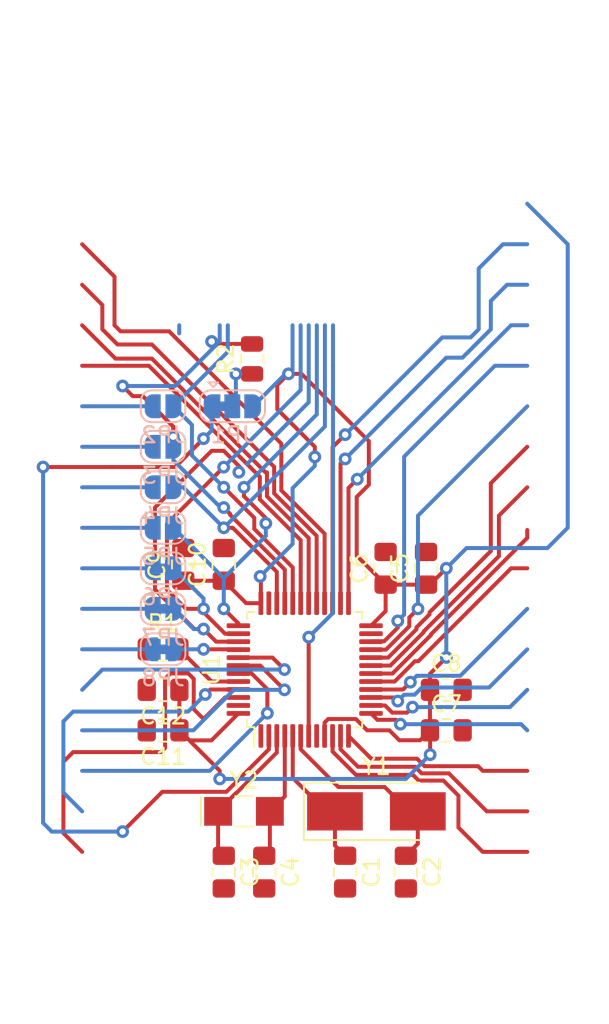
<source format=kicad_pcb>
(kicad_pcb (version 20171130) (host pcbnew 5.1.2)

  (general
    (thickness 1.6)
    (drawings 178)
    (tracks 425)
    (zones 0)
    (modules 25)
    (nets 51)
  )

  (page A4)
  (layers
    (0 F.Cu signal)
    (31 B.Cu signal)
    (32 B.Adhes user)
    (33 F.Adhes user)
    (34 B.Paste user)
    (35 F.Paste user)
    (36 B.SilkS user)
    (37 F.SilkS user)
    (38 B.Mask user)
    (39 F.Mask user)
    (40 Dwgs.User user)
    (41 Cmts.User user)
    (42 Eco1.User user)
    (43 Eco2.User user)
    (45 Margin user)
    (46 B.CrtYd user)
    (47 F.CrtYd user)
    (48 B.Fab user)
    (49 F.Fab user)
  )

  (setup
    (last_trace_width 0.25)
    (trace_clearance 0.2)
    (zone_clearance 0.508)
    (zone_45_only no)
    (trace_min 0.2)
    (via_size 0.8)
    (via_drill 0.4)
    (via_min_size 0.4)
    (via_min_drill 0.3)
    (uvia_size 0.3)
    (uvia_drill 0.1)
    (uvias_allowed no)
    (uvia_min_size 0.2)
    (uvia_min_drill 0.1)
    (edge_width 0.05)
    (segment_width 0.2)
    (pcb_text_width 0.3)
    (pcb_text_size 1.5 1.5)
    (mod_edge_width 0.12)
    (mod_text_size 1 1)
    (mod_text_width 0.15)
    (pad_size 0.3 1.475)
    (pad_drill 0)
    (pad_to_mask_clearance 0.051)
    (solder_mask_min_width 0.25)
    (aux_axis_origin 0 0)
    (visible_elements FFFFFF7F)
    (pcbplotparams
      (layerselection 0x010fc_ffffffff)
      (usegerberextensions false)
      (usegerberattributes false)
      (usegerberadvancedattributes false)
      (creategerberjobfile false)
      (excludeedgelayer true)
      (linewidth 0.100000)
      (plotframeref false)
      (viasonmask false)
      (mode 1)
      (useauxorigin false)
      (hpglpennumber 1)
      (hpglpenspeed 20)
      (hpglpendiameter 15.000000)
      (psnegative false)
      (psa4output false)
      (plotreference true)
      (plotvalue true)
      (plotinvisibletext false)
      (padsonsilk false)
      (subtractmaskfromsilk false)
      (outputformat 1)
      (mirror false)
      (drillshape 1)
      (scaleselection 1)
      (outputdirectory ""))
  )

  (net 0 "")
  (net 1 GND)
  (net 2 PF0)
  (net 3 PF1)
  (net 4 PC14)
  (net 5 PC15)
  (net 6 VDD)
  (net 7 USB_D-)
  (net 8 USB_D+)
  (net 9 PC13)
  (net 10 L05)
  (net 11 L06)
  (net 12 L07)
  (net 13 L08)
  (net 14 L09)
  (net 15 L10)
  (net 16 L11)
  (net 17 BOOT0)
  (net 18 L16)
  (net 19 L15)
  (net 20 L14)
  (net 21 L13)
  (net 22 L12)
  (net 23 L04)
  (net 24 L03)
  (net 25 L02)
  (net 26 L01)
  (net 27 PB14)
  (net 28 PB13)
  (net 29 PB12)
  (net 30 PB11)
  (net 31 PB10)
  (net 32 PB2)
  (net 33 PB1)
  (net 34 PB0)
  (net 35 PA7)
  (net 36 PA6)
  (net 37 PA5)
  (net 38 PA4)
  (net 39 PA3)
  (net 40 PA2)
  (net 41 PA1)
  (net 42 PA0)
  (net 43 ~SRST)
  (net 44 VRTCBAT)
  (net 45 "Net-(JP1-Pad2)")
  (net 46 PA13)
  (net 47 PA14)
  (net 48 PA15)
  (net 49 PB3)
  (net 50 PB4)

  (net_class Default "Dit is de standaard class."
    (clearance 0.2)
    (trace_width 0.25)
    (via_dia 0.8)
    (via_drill 0.4)
    (uvia_dia 0.3)
    (uvia_drill 0.1)
    (add_net BOOT0)
    (add_net GND)
    (add_net L01)
    (add_net L02)
    (add_net L03)
    (add_net L04)
    (add_net L05)
    (add_net L06)
    (add_net L07)
    (add_net L08)
    (add_net L09)
    (add_net L10)
    (add_net L11)
    (add_net L12)
    (add_net L13)
    (add_net L14)
    (add_net L15)
    (add_net L16)
    (add_net "Net-(JP1-Pad2)")
    (add_net PA0)
    (add_net PA1)
    (add_net PA13)
    (add_net PA14)
    (add_net PA15)
    (add_net PA2)
    (add_net PA3)
    (add_net PA4)
    (add_net PA5)
    (add_net PA6)
    (add_net PA7)
    (add_net PB0)
    (add_net PB1)
    (add_net PB10)
    (add_net PB11)
    (add_net PB12)
    (add_net PB13)
    (add_net PB14)
    (add_net PB2)
    (add_net PB3)
    (add_net PB4)
    (add_net PC13)
    (add_net PC14)
    (add_net PC15)
    (add_net PF0)
    (add_net PF1)
    (add_net USB_D+)
    (add_net USB_D-)
    (add_net VDD)
    (add_net VRTCBAT)
    (add_net ~SRST)
  )

  (module Crystal:Crystal_SMD_EuroQuartz_EQ161-2Pin_3.2x1.5mm_HandSoldering (layer F.Cu) (tedit 5A0FD1B2) (tstamp 5CD493EB)
    (at 147.32 101.6)
    (descr "SMD Crystal EuroQuartz EQ161 series http://cdn-reichelt.de/documents/datenblatt/B400/PG32768C.pdf, hand-soldering, 3.2x1.5mm^2 package")
    (tags "SMD SMT crystal hand-soldering")
    (path /5BF1CDF8)
    (attr smd)
    (fp_text reference Y2 (at 0 -1.95) (layer F.SilkS)
      (effects (font (size 1 1) (thickness 0.15)))
    )
    (fp_text value "32KHz, 4pF" (at 0 1.95) (layer F.Fab)
      (effects (font (size 1 1) (thickness 0.15)))
    )
    (fp_line (start 2.8 -1.2) (end -2.8 -1.2) (layer F.CrtYd) (width 0.05))
    (fp_line (start 2.8 1.2) (end 2.8 -1.2) (layer F.CrtYd) (width 0.05))
    (fp_line (start -2.8 1.2) (end 2.8 1.2) (layer F.CrtYd) (width 0.05))
    (fp_line (start -2.8 -1.2) (end -2.8 1.2) (layer F.CrtYd) (width 0.05))
    (fp_line (start -2.7 -0.9) (end -2.7 0.9) (layer F.SilkS) (width 0.12))
    (fp_line (start -0.55 0.95) (end 0.55 0.95) (layer F.SilkS) (width 0.12))
    (fp_line (start -0.55 -0.95) (end 0.55 -0.95) (layer F.SilkS) (width 0.12))
    (fp_line (start -1.6 0.25) (end -1.1 0.75) (layer F.Fab) (width 0.1))
    (fp_line (start -1.6 -0.65) (end -1.5 -0.75) (layer F.Fab) (width 0.1))
    (fp_line (start -1.6 0.65) (end -1.6 -0.65) (layer F.Fab) (width 0.1))
    (fp_line (start -1.5 0.75) (end -1.6 0.65) (layer F.Fab) (width 0.1))
    (fp_line (start 1.5 0.75) (end -1.5 0.75) (layer F.Fab) (width 0.1))
    (fp_line (start 1.6 0.65) (end 1.5 0.75) (layer F.Fab) (width 0.1))
    (fp_line (start 1.6 -0.65) (end 1.6 0.65) (layer F.Fab) (width 0.1))
    (fp_line (start 1.5 -0.75) (end 1.6 -0.65) (layer F.Fab) (width 0.1))
    (fp_line (start -1.5 -0.75) (end 1.5 -0.75) (layer F.Fab) (width 0.1))
    (fp_text user %R (at 0 0) (layer F.Fab)
      (effects (font (size 0.7 0.7) (thickness 0.105)))
    )
    (pad 2 smd rect (at 1.625 0) (size 1.75 1.8) (layers F.Cu F.Paste F.Mask)
      (net 5 PC15))
    (pad 1 smd rect (at -1.625 0) (size 1.75 1.8) (layers F.Cu F.Paste F.Mask)
      (net 4 PC14))
    (model ${KISYS3DMOD}/Crystal.3dshapes/Crystal_SMD_EuroQuartz_EQ161-2Pin_3.2x1.5mm_HandSoldering.wrl
      (at (xyz 0 0 0))
      (scale (xyz 1 1 1))
      (rotate (xyz 0 0 0))
    )
  )

  (module Crystal:Crystal_SMD_5032-2Pin_5.0x3.2mm_HandSoldering (layer F.Cu) (tedit 5A0FD1B2) (tstamp 5CD493D4)
    (at 155.63 101.6)
    (descr "SMD Crystal SERIES SMD2520/2 http://www.icbase.com/File/PDF/HKC/HKC00061008.pdf, hand-soldering, 5.0x3.2mm^2 package")
    (tags "SMD SMT crystal hand-soldering")
    (path /5BF1CE38)
    (attr smd)
    (fp_text reference Y1 (at 0 -2.8) (layer F.SilkS)
      (effects (font (size 1 1) (thickness 0.15)))
    )
    (fp_text value "8MHz, 20pF" (at 0 2.8) (layer F.Fab)
      (effects (font (size 1 1) (thickness 0.15)))
    )
    (fp_circle (center 0 0) (end 0.093333 0) (layer F.Adhes) (width 0.186667))
    (fp_circle (center 0 0) (end 0.213333 0) (layer F.Adhes) (width 0.133333))
    (fp_circle (center 0 0) (end 0.333333 0) (layer F.Adhes) (width 0.133333))
    (fp_circle (center 0 0) (end 0.4 0) (layer F.Adhes) (width 0.1))
    (fp_line (start 4.6 -1.9) (end -4.6 -1.9) (layer F.CrtYd) (width 0.05))
    (fp_line (start 4.6 1.9) (end 4.6 -1.9) (layer F.CrtYd) (width 0.05))
    (fp_line (start -4.6 1.9) (end 4.6 1.9) (layer F.CrtYd) (width 0.05))
    (fp_line (start -4.6 -1.9) (end -4.6 1.9) (layer F.CrtYd) (width 0.05))
    (fp_line (start -4.55 1.8) (end 2.7 1.8) (layer F.SilkS) (width 0.12))
    (fp_line (start -4.55 -1.8) (end -4.55 1.8) (layer F.SilkS) (width 0.12))
    (fp_line (start 2.7 -1.8) (end -4.55 -1.8) (layer F.SilkS) (width 0.12))
    (fp_line (start -2.5 0.6) (end -1.5 1.6) (layer F.Fab) (width 0.1))
    (fp_line (start -2.5 -1.4) (end -2.3 -1.6) (layer F.Fab) (width 0.1))
    (fp_line (start -2.5 1.4) (end -2.5 -1.4) (layer F.Fab) (width 0.1))
    (fp_line (start -2.3 1.6) (end -2.5 1.4) (layer F.Fab) (width 0.1))
    (fp_line (start 2.3 1.6) (end -2.3 1.6) (layer F.Fab) (width 0.1))
    (fp_line (start 2.5 1.4) (end 2.3 1.6) (layer F.Fab) (width 0.1))
    (fp_line (start 2.5 -1.4) (end 2.5 1.4) (layer F.Fab) (width 0.1))
    (fp_line (start 2.3 -1.6) (end 2.5 -1.4) (layer F.Fab) (width 0.1))
    (fp_line (start -2.3 -1.6) (end 2.3 -1.6) (layer F.Fab) (width 0.1))
    (fp_text user %R (at 0 0) (layer F.Fab)
      (effects (font (size 1 1) (thickness 0.15)))
    )
    (pad 2 smd rect (at 2.6 0) (size 3.5 2.4) (layers F.Cu F.Paste F.Mask)
      (net 3 PF1))
    (pad 1 smd rect (at -2.6 0) (size 3.5 2.4) (layers F.Cu F.Paste F.Mask)
      (net 2 PF0))
    (model ${KISYS3DMOD}/Crystal.3dshapes/Crystal_SMD_5032-2Pin_5.0x3.2mm_HandSoldering.wrl
      (at (xyz 0 0 0))
      (scale (xyz 1 1 1))
      (rotate (xyz 0 0 0))
    )
  )

  (module Resistor_SMD:R_0805_2012Metric_Pad1.15x1.40mm_HandSolder (layer F.Cu) (tedit 5B36C52B) (tstamp 5CD4935E)
    (at 142.24 91.44)
    (descr "Resistor SMD 0805 (2012 Metric), square (rectangular) end terminal, IPC_7351 nominal with elongated pad for handsoldering. (Body size source: https://docs.google.com/spreadsheets/d/1BsfQQcO9C6DZCsRaXUlFlo91Tg2WpOkGARC1WS5S8t0/edit?usp=sharing), generated with kicad-footprint-generator")
    (tags "resistor handsolder")
    (path /5BF20E12)
    (attr smd)
    (fp_text reference R1 (at 0 -1.65) (layer F.SilkS)
      (effects (font (size 1 1) (thickness 0.15)))
    )
    (fp_text value 10K (at 0 1.65) (layer F.Fab)
      (effects (font (size 1 1) (thickness 0.15)))
    )
    (fp_text user %R (at 0 0) (layer F.Fab)
      (effects (font (size 0.5 0.5) (thickness 0.08)))
    )
    (fp_line (start 1.85 0.95) (end -1.85 0.95) (layer F.CrtYd) (width 0.05))
    (fp_line (start 1.85 -0.95) (end 1.85 0.95) (layer F.CrtYd) (width 0.05))
    (fp_line (start -1.85 -0.95) (end 1.85 -0.95) (layer F.CrtYd) (width 0.05))
    (fp_line (start -1.85 0.95) (end -1.85 -0.95) (layer F.CrtYd) (width 0.05))
    (fp_line (start -0.261252 0.71) (end 0.261252 0.71) (layer F.SilkS) (width 0.12))
    (fp_line (start -0.261252 -0.71) (end 0.261252 -0.71) (layer F.SilkS) (width 0.12))
    (fp_line (start 1 0.6) (end -1 0.6) (layer F.Fab) (width 0.1))
    (fp_line (start 1 -0.6) (end 1 0.6) (layer F.Fab) (width 0.1))
    (fp_line (start -1 -0.6) (end 1 -0.6) (layer F.Fab) (width 0.1))
    (fp_line (start -1 0.6) (end -1 -0.6) (layer F.Fab) (width 0.1))
    (pad 2 smd roundrect (at 1.025 0) (size 1.15 1.4) (layers F.Cu F.Paste F.Mask) (roundrect_rratio 0.217391)
      (net 17 BOOT0))
    (pad 1 smd roundrect (at -1.025 0) (size 1.15 1.4) (layers F.Cu F.Paste F.Mask) (roundrect_rratio 0.217391)
      (net 1 GND))
    (model ${KISYS3DMOD}/Resistor_SMD.3dshapes/R_0805_2012Metric.wrl
      (at (xyz 0 0 0))
      (scale (xyz 1 1 1))
      (rotate (xyz 0 0 0))
    )
  )

  (module Capacitor_SMD:C_0805_2012Metric_Pad1.15x1.40mm_HandSolder (layer F.Cu) (tedit 5B36C52B) (tstamp 5CD4927E)
    (at 142.24 93.98 180)
    (descr "Capacitor SMD 0805 (2012 Metric), square (rectangular) end terminal, IPC_7351 nominal with elongated pad for handsoldering. (Body size source: https://docs.google.com/spreadsheets/d/1BsfQQcO9C6DZCsRaXUlFlo91Tg2WpOkGARC1WS5S8t0/edit?usp=sharing), generated with kicad-footprint-generator")
    (tags "capacitor handsolder")
    (path /5C2CBDF1)
    (attr smd)
    (fp_text reference C12 (at 0 -1.65) (layer F.SilkS)
      (effects (font (size 1 1) (thickness 0.15)))
    )
    (fp_text value 100n (at 0 1.65) (layer F.Fab)
      (effects (font (size 1 1) (thickness 0.15)))
    )
    (fp_text user %R (at 0 0) (layer F.Fab)
      (effects (font (size 0.5 0.5) (thickness 0.08)))
    )
    (fp_line (start 1.85 0.95) (end -1.85 0.95) (layer F.CrtYd) (width 0.05))
    (fp_line (start 1.85 -0.95) (end 1.85 0.95) (layer F.CrtYd) (width 0.05))
    (fp_line (start -1.85 -0.95) (end 1.85 -0.95) (layer F.CrtYd) (width 0.05))
    (fp_line (start -1.85 0.95) (end -1.85 -0.95) (layer F.CrtYd) (width 0.05))
    (fp_line (start -0.261252 0.71) (end 0.261252 0.71) (layer F.SilkS) (width 0.12))
    (fp_line (start -0.261252 -0.71) (end 0.261252 -0.71) (layer F.SilkS) (width 0.12))
    (fp_line (start 1 0.6) (end -1 0.6) (layer F.Fab) (width 0.1))
    (fp_line (start 1 -0.6) (end 1 0.6) (layer F.Fab) (width 0.1))
    (fp_line (start -1 -0.6) (end 1 -0.6) (layer F.Fab) (width 0.1))
    (fp_line (start -1 0.6) (end -1 -0.6) (layer F.Fab) (width 0.1))
    (pad 2 smd roundrect (at 1.025 0 180) (size 1.15 1.4) (layers F.Cu F.Paste F.Mask) (roundrect_rratio 0.217391)
      (net 1 GND))
    (pad 1 smd roundrect (at -1.025 0 180) (size 1.15 1.4) (layers F.Cu F.Paste F.Mask) (roundrect_rratio 0.217391)
      (net 6 VDD))
    (model ${KISYS3DMOD}/Capacitor_SMD.3dshapes/C_0805_2012Metric.wrl
      (at (xyz 0 0 0))
      (scale (xyz 1 1 1))
      (rotate (xyz 0 0 0))
    )
  )

  (module Capacitor_SMD:C_0805_2012Metric_Pad1.15x1.40mm_HandSolder (layer F.Cu) (tedit 5B36C52B) (tstamp 5CD4926D)
    (at 142.24 96.52 180)
    (descr "Capacitor SMD 0805 (2012 Metric), square (rectangular) end terminal, IPC_7351 nominal with elongated pad for handsoldering. (Body size source: https://docs.google.com/spreadsheets/d/1BsfQQcO9C6DZCsRaXUlFlo91Tg2WpOkGARC1WS5S8t0/edit?usp=sharing), generated with kicad-footprint-generator")
    (tags "capacitor handsolder")
    (path /5C2CBDEB)
    (attr smd)
    (fp_text reference C11 (at 0 -1.65) (layer F.SilkS)
      (effects (font (size 1 1) (thickness 0.15)))
    )
    (fp_text value 1u (at 0 1.65) (layer F.Fab)
      (effects (font (size 1 1) (thickness 0.15)))
    )
    (fp_text user %R (at 0 0) (layer F.Fab)
      (effects (font (size 0.5 0.5) (thickness 0.08)))
    )
    (fp_line (start 1.85 0.95) (end -1.85 0.95) (layer F.CrtYd) (width 0.05))
    (fp_line (start 1.85 -0.95) (end 1.85 0.95) (layer F.CrtYd) (width 0.05))
    (fp_line (start -1.85 -0.95) (end 1.85 -0.95) (layer F.CrtYd) (width 0.05))
    (fp_line (start -1.85 0.95) (end -1.85 -0.95) (layer F.CrtYd) (width 0.05))
    (fp_line (start -0.261252 0.71) (end 0.261252 0.71) (layer F.SilkS) (width 0.12))
    (fp_line (start -0.261252 -0.71) (end 0.261252 -0.71) (layer F.SilkS) (width 0.12))
    (fp_line (start 1 0.6) (end -1 0.6) (layer F.Fab) (width 0.1))
    (fp_line (start 1 -0.6) (end 1 0.6) (layer F.Fab) (width 0.1))
    (fp_line (start -1 -0.6) (end 1 -0.6) (layer F.Fab) (width 0.1))
    (fp_line (start -1 0.6) (end -1 -0.6) (layer F.Fab) (width 0.1))
    (pad 2 smd roundrect (at 1.025 0 180) (size 1.15 1.4) (layers F.Cu F.Paste F.Mask) (roundrect_rratio 0.217391)
      (net 1 GND))
    (pad 1 smd roundrect (at -1.025 0 180) (size 1.15 1.4) (layers F.Cu F.Paste F.Mask) (roundrect_rratio 0.217391)
      (net 6 VDD))
    (model ${KISYS3DMOD}/Capacitor_SMD.3dshapes/C_0805_2012Metric.wrl
      (at (xyz 0 0 0))
      (scale (xyz 1 1 1))
      (rotate (xyz 0 0 0))
    )
  )

  (module Capacitor_SMD:C_0805_2012Metric_Pad1.15x1.40mm_HandSolder (layer F.Cu) (tedit 5B36C52B) (tstamp 5CD4925C)
    (at 146.05 86.115 90)
    (descr "Capacitor SMD 0805 (2012 Metric), square (rectangular) end terminal, IPC_7351 nominal with elongated pad for handsoldering. (Body size source: https://docs.google.com/spreadsheets/d/1BsfQQcO9C6DZCsRaXUlFlo91Tg2WpOkGARC1WS5S8t0/edit?usp=sharing), generated with kicad-footprint-generator")
    (tags "capacitor handsolder")
    (path /5C27FB55)
    (attr smd)
    (fp_text reference C10 (at 0 -1.65 90) (layer F.SilkS)
      (effects (font (size 1 1) (thickness 0.15)))
    )
    (fp_text value 100n (at 0 1.65 90) (layer F.Fab)
      (effects (font (size 1 1) (thickness 0.15)))
    )
    (fp_text user %R (at 0 0 90) (layer F.Fab)
      (effects (font (size 0.5 0.5) (thickness 0.08)))
    )
    (fp_line (start 1.85 0.95) (end -1.85 0.95) (layer F.CrtYd) (width 0.05))
    (fp_line (start 1.85 -0.95) (end 1.85 0.95) (layer F.CrtYd) (width 0.05))
    (fp_line (start -1.85 -0.95) (end 1.85 -0.95) (layer F.CrtYd) (width 0.05))
    (fp_line (start -1.85 0.95) (end -1.85 -0.95) (layer F.CrtYd) (width 0.05))
    (fp_line (start -0.261252 0.71) (end 0.261252 0.71) (layer F.SilkS) (width 0.12))
    (fp_line (start -0.261252 -0.71) (end 0.261252 -0.71) (layer F.SilkS) (width 0.12))
    (fp_line (start 1 0.6) (end -1 0.6) (layer F.Fab) (width 0.1))
    (fp_line (start 1 -0.6) (end 1 0.6) (layer F.Fab) (width 0.1))
    (fp_line (start -1 -0.6) (end 1 -0.6) (layer F.Fab) (width 0.1))
    (fp_line (start -1 0.6) (end -1 -0.6) (layer F.Fab) (width 0.1))
    (pad 2 smd roundrect (at 1.025 0 90) (size 1.15 1.4) (layers F.Cu F.Paste F.Mask) (roundrect_rratio 0.217391)
      (net 1 GND))
    (pad 1 smd roundrect (at -1.025 0 90) (size 1.15 1.4) (layers F.Cu F.Paste F.Mask) (roundrect_rratio 0.217391)
      (net 6 VDD))
    (model ${KISYS3DMOD}/Capacitor_SMD.3dshapes/C_0805_2012Metric.wrl
      (at (xyz 0 0 0))
      (scale (xyz 1 1 1))
      (rotate (xyz 0 0 0))
    )
  )

  (module Capacitor_SMD:C_0805_2012Metric_Pad1.15x1.40mm_HandSolder (layer F.Cu) (tedit 5B36C52B) (tstamp 5CD4924B)
    (at 143.51 86.115 90)
    (descr "Capacitor SMD 0805 (2012 Metric), square (rectangular) end terminal, IPC_7351 nominal with elongated pad for handsoldering. (Body size source: https://docs.google.com/spreadsheets/d/1BsfQQcO9C6DZCsRaXUlFlo91Tg2WpOkGARC1WS5S8t0/edit?usp=sharing), generated with kicad-footprint-generator")
    (tags "capacitor handsolder")
    (path /5C27FB4F)
    (attr smd)
    (fp_text reference C9 (at 0 -1.65 90) (layer F.SilkS)
      (effects (font (size 1 1) (thickness 0.15)))
    )
    (fp_text value 1u (at 0 1.65 90) (layer F.Fab)
      (effects (font (size 1 1) (thickness 0.15)))
    )
    (fp_text user %R (at 0 0 90) (layer F.Fab)
      (effects (font (size 0.5 0.5) (thickness 0.08)))
    )
    (fp_line (start 1.85 0.95) (end -1.85 0.95) (layer F.CrtYd) (width 0.05))
    (fp_line (start 1.85 -0.95) (end 1.85 0.95) (layer F.CrtYd) (width 0.05))
    (fp_line (start -1.85 -0.95) (end 1.85 -0.95) (layer F.CrtYd) (width 0.05))
    (fp_line (start -1.85 0.95) (end -1.85 -0.95) (layer F.CrtYd) (width 0.05))
    (fp_line (start -0.261252 0.71) (end 0.261252 0.71) (layer F.SilkS) (width 0.12))
    (fp_line (start -0.261252 -0.71) (end 0.261252 -0.71) (layer F.SilkS) (width 0.12))
    (fp_line (start 1 0.6) (end -1 0.6) (layer F.Fab) (width 0.1))
    (fp_line (start 1 -0.6) (end 1 0.6) (layer F.Fab) (width 0.1))
    (fp_line (start -1 -0.6) (end 1 -0.6) (layer F.Fab) (width 0.1))
    (fp_line (start -1 0.6) (end -1 -0.6) (layer F.Fab) (width 0.1))
    (pad 2 smd roundrect (at 1.025 0 90) (size 1.15 1.4) (layers F.Cu F.Paste F.Mask) (roundrect_rratio 0.217391)
      (net 1 GND))
    (pad 1 smd roundrect (at -1.025 0 90) (size 1.15 1.4) (layers F.Cu F.Paste F.Mask) (roundrect_rratio 0.217391)
      (net 6 VDD))
    (model ${KISYS3DMOD}/Capacitor_SMD.3dshapes/C_0805_2012Metric.wrl
      (at (xyz 0 0 0))
      (scale (xyz 1 1 1))
      (rotate (xyz 0 0 0))
    )
  )

  (module Capacitor_SMD:C_0805_2012Metric_Pad1.15x1.40mm_HandSolder (layer F.Cu) (tedit 5B36C52B) (tstamp 5CD4923A)
    (at 160.02 93.98)
    (descr "Capacitor SMD 0805 (2012 Metric), square (rectangular) end terminal, IPC_7351 nominal with elongated pad for handsoldering. (Body size source: https://docs.google.com/spreadsheets/d/1BsfQQcO9C6DZCsRaXUlFlo91Tg2WpOkGARC1WS5S8t0/edit?usp=sharing), generated with kicad-footprint-generator")
    (tags "capacitor handsolder")
    (path /5C27E386)
    (attr smd)
    (fp_text reference C8 (at 0 -1.65) (layer F.SilkS)
      (effects (font (size 1 1) (thickness 0.15)))
    )
    (fp_text value 100n (at 0 1.65) (layer F.Fab)
      (effects (font (size 1 1) (thickness 0.15)))
    )
    (fp_text user %R (at 0 0) (layer F.Fab)
      (effects (font (size 0.5 0.5) (thickness 0.08)))
    )
    (fp_line (start 1.85 0.95) (end -1.85 0.95) (layer F.CrtYd) (width 0.05))
    (fp_line (start 1.85 -0.95) (end 1.85 0.95) (layer F.CrtYd) (width 0.05))
    (fp_line (start -1.85 -0.95) (end 1.85 -0.95) (layer F.CrtYd) (width 0.05))
    (fp_line (start -1.85 0.95) (end -1.85 -0.95) (layer F.CrtYd) (width 0.05))
    (fp_line (start -0.261252 0.71) (end 0.261252 0.71) (layer F.SilkS) (width 0.12))
    (fp_line (start -0.261252 -0.71) (end 0.261252 -0.71) (layer F.SilkS) (width 0.12))
    (fp_line (start 1 0.6) (end -1 0.6) (layer F.Fab) (width 0.1))
    (fp_line (start 1 -0.6) (end 1 0.6) (layer F.Fab) (width 0.1))
    (fp_line (start -1 -0.6) (end 1 -0.6) (layer F.Fab) (width 0.1))
    (fp_line (start -1 0.6) (end -1 -0.6) (layer F.Fab) (width 0.1))
    (pad 2 smd roundrect (at 1.025 0) (size 1.15 1.4) (layers F.Cu F.Paste F.Mask) (roundrect_rratio 0.217391)
      (net 1 GND))
    (pad 1 smd roundrect (at -1.025 0) (size 1.15 1.4) (layers F.Cu F.Paste F.Mask) (roundrect_rratio 0.217391)
      (net 6 VDD))
    (model ${KISYS3DMOD}/Capacitor_SMD.3dshapes/C_0805_2012Metric.wrl
      (at (xyz 0 0 0))
      (scale (xyz 1 1 1))
      (rotate (xyz 0 0 0))
    )
  )

  (module Capacitor_SMD:C_0805_2012Metric_Pad1.15x1.40mm_HandSolder (layer F.Cu) (tedit 5B36C52B) (tstamp 5CD49229)
    (at 160.02 96.52)
    (descr "Capacitor SMD 0805 (2012 Metric), square (rectangular) end terminal, IPC_7351 nominal with elongated pad for handsoldering. (Body size source: https://docs.google.com/spreadsheets/d/1BsfQQcO9C6DZCsRaXUlFlo91Tg2WpOkGARC1WS5S8t0/edit?usp=sharing), generated with kicad-footprint-generator")
    (tags "capacitor handsolder")
    (path /5C27E380)
    (attr smd)
    (fp_text reference C7 (at 0 -1.65) (layer F.SilkS)
      (effects (font (size 1 1) (thickness 0.15)))
    )
    (fp_text value 1u (at 0 1.65) (layer F.Fab)
      (effects (font (size 1 1) (thickness 0.15)))
    )
    (fp_text user %R (at 0 0) (layer F.Fab)
      (effects (font (size 0.5 0.5) (thickness 0.08)))
    )
    (fp_line (start 1.85 0.95) (end -1.85 0.95) (layer F.CrtYd) (width 0.05))
    (fp_line (start 1.85 -0.95) (end 1.85 0.95) (layer F.CrtYd) (width 0.05))
    (fp_line (start -1.85 -0.95) (end 1.85 -0.95) (layer F.CrtYd) (width 0.05))
    (fp_line (start -1.85 0.95) (end -1.85 -0.95) (layer F.CrtYd) (width 0.05))
    (fp_line (start -0.261252 0.71) (end 0.261252 0.71) (layer F.SilkS) (width 0.12))
    (fp_line (start -0.261252 -0.71) (end 0.261252 -0.71) (layer F.SilkS) (width 0.12))
    (fp_line (start 1 0.6) (end -1 0.6) (layer F.Fab) (width 0.1))
    (fp_line (start 1 -0.6) (end 1 0.6) (layer F.Fab) (width 0.1))
    (fp_line (start -1 -0.6) (end 1 -0.6) (layer F.Fab) (width 0.1))
    (fp_line (start -1 0.6) (end -1 -0.6) (layer F.Fab) (width 0.1))
    (pad 2 smd roundrect (at 1.025 0) (size 1.15 1.4) (layers F.Cu F.Paste F.Mask) (roundrect_rratio 0.217391)
      (net 1 GND))
    (pad 1 smd roundrect (at -1.025 0) (size 1.15 1.4) (layers F.Cu F.Paste F.Mask) (roundrect_rratio 0.217391)
      (net 6 VDD))
    (model ${KISYS3DMOD}/Capacitor_SMD.3dshapes/C_0805_2012Metric.wrl
      (at (xyz 0 0 0))
      (scale (xyz 1 1 1))
      (rotate (xyz 0 0 0))
    )
  )

  (module Capacitor_SMD:C_0805_2012Metric_Pad1.15x1.40mm_HandSolder (layer F.Cu) (tedit 5B36C52B) (tstamp 5CD49218)
    (at 156.21 86.36 90)
    (descr "Capacitor SMD 0805 (2012 Metric), square (rectangular) end terminal, IPC_7351 nominal with elongated pad for handsoldering. (Body size source: https://docs.google.com/spreadsheets/d/1BsfQQcO9C6DZCsRaXUlFlo91Tg2WpOkGARC1WS5S8t0/edit?usp=sharing), generated with kicad-footprint-generator")
    (tags "capacitor handsolder")
    (path /5C2761C0)
    (attr smd)
    (fp_text reference C6 (at 0 -1.65 90) (layer F.SilkS)
      (effects (font (size 1 1) (thickness 0.15)))
    )
    (fp_text value 100n (at 0 1.65 90) (layer F.Fab)
      (effects (font (size 1 1) (thickness 0.15)))
    )
    (fp_text user %R (at 0 0 90) (layer F.Fab)
      (effects (font (size 0.5 0.5) (thickness 0.08)))
    )
    (fp_line (start 1.85 0.95) (end -1.85 0.95) (layer F.CrtYd) (width 0.05))
    (fp_line (start 1.85 -0.95) (end 1.85 0.95) (layer F.CrtYd) (width 0.05))
    (fp_line (start -1.85 -0.95) (end 1.85 -0.95) (layer F.CrtYd) (width 0.05))
    (fp_line (start -1.85 0.95) (end -1.85 -0.95) (layer F.CrtYd) (width 0.05))
    (fp_line (start -0.261252 0.71) (end 0.261252 0.71) (layer F.SilkS) (width 0.12))
    (fp_line (start -0.261252 -0.71) (end 0.261252 -0.71) (layer F.SilkS) (width 0.12))
    (fp_line (start 1 0.6) (end -1 0.6) (layer F.Fab) (width 0.1))
    (fp_line (start 1 -0.6) (end 1 0.6) (layer F.Fab) (width 0.1))
    (fp_line (start -1 -0.6) (end 1 -0.6) (layer F.Fab) (width 0.1))
    (fp_line (start -1 0.6) (end -1 -0.6) (layer F.Fab) (width 0.1))
    (pad 2 smd roundrect (at 1.025 0 90) (size 1.15 1.4) (layers F.Cu F.Paste F.Mask) (roundrect_rratio 0.217391)
      (net 1 GND))
    (pad 1 smd roundrect (at -1.025 0 90) (size 1.15 1.4) (layers F.Cu F.Paste F.Mask) (roundrect_rratio 0.217391)
      (net 6 VDD))
    (model ${KISYS3DMOD}/Capacitor_SMD.3dshapes/C_0805_2012Metric.wrl
      (at (xyz 0 0 0))
      (scale (xyz 1 1 1))
      (rotate (xyz 0 0 0))
    )
  )

  (module Capacitor_SMD:C_0805_2012Metric_Pad1.15x1.40mm_HandSolder (layer F.Cu) (tedit 5B36C52B) (tstamp 5CD4A84D)
    (at 158.75 86.36 90)
    (descr "Capacitor SMD 0805 (2012 Metric), square (rectangular) end terminal, IPC_7351 nominal with elongated pad for handsoldering. (Body size source: https://docs.google.com/spreadsheets/d/1BsfQQcO9C6DZCsRaXUlFlo91Tg2WpOkGARC1WS5S8t0/edit?usp=sharing), generated with kicad-footprint-generator")
    (tags "capacitor handsolder")
    (path /5C2760CB)
    (attr smd)
    (fp_text reference C5 (at 0 -1.65 90) (layer F.SilkS)
      (effects (font (size 1 1) (thickness 0.15)))
    )
    (fp_text value 1u (at 0 1.65 90) (layer F.Fab)
      (effects (font (size 1 1) (thickness 0.15)))
    )
    (fp_text user %R (at 0 0 90) (layer F.Fab)
      (effects (font (size 0.5 0.5) (thickness 0.08)))
    )
    (fp_line (start 1.85 0.95) (end -1.85 0.95) (layer F.CrtYd) (width 0.05))
    (fp_line (start 1.85 -0.95) (end 1.85 0.95) (layer F.CrtYd) (width 0.05))
    (fp_line (start -1.85 -0.95) (end 1.85 -0.95) (layer F.CrtYd) (width 0.05))
    (fp_line (start -1.85 0.95) (end -1.85 -0.95) (layer F.CrtYd) (width 0.05))
    (fp_line (start -0.261252 0.71) (end 0.261252 0.71) (layer F.SilkS) (width 0.12))
    (fp_line (start -0.261252 -0.71) (end 0.261252 -0.71) (layer F.SilkS) (width 0.12))
    (fp_line (start 1 0.6) (end -1 0.6) (layer F.Fab) (width 0.1))
    (fp_line (start 1 -0.6) (end 1 0.6) (layer F.Fab) (width 0.1))
    (fp_line (start -1 -0.6) (end 1 -0.6) (layer F.Fab) (width 0.1))
    (fp_line (start -1 0.6) (end -1 -0.6) (layer F.Fab) (width 0.1))
    (pad 2 smd roundrect (at 1.025 0 90) (size 1.15 1.4) (layers F.Cu F.Paste F.Mask) (roundrect_rratio 0.217391)
      (net 1 GND))
    (pad 1 smd roundrect (at -1.025 0 90) (size 1.15 1.4) (layers F.Cu F.Paste F.Mask) (roundrect_rratio 0.217391)
      (net 6 VDD))
    (model ${KISYS3DMOD}/Capacitor_SMD.3dshapes/C_0805_2012Metric.wrl
      (at (xyz 0 0 0))
      (scale (xyz 1 1 1))
      (rotate (xyz 0 0 0))
    )
  )

  (module Capacitor_SMD:C_0805_2012Metric_Pad1.15x1.40mm_HandSolder (layer F.Cu) (tedit 5B36C52B) (tstamp 5CD491F6)
    (at 148.59 105.41 270)
    (descr "Capacitor SMD 0805 (2012 Metric), square (rectangular) end terminal, IPC_7351 nominal with elongated pad for handsoldering. (Body size source: https://docs.google.com/spreadsheets/d/1BsfQQcO9C6DZCsRaXUlFlo91Tg2WpOkGARC1WS5S8t0/edit?usp=sharing), generated with kicad-footprint-generator")
    (tags "capacitor handsolder")
    (path /5BF1D5A4)
    (attr smd)
    (fp_text reference C4 (at 0 -1.65 90) (layer F.SilkS)
      (effects (font (size 1 1) (thickness 0.15)))
    )
    (fp_text value C (at 0 1.65 90) (layer F.Fab)
      (effects (font (size 1 1) (thickness 0.15)))
    )
    (fp_text user %R (at 0 0 90) (layer F.Fab)
      (effects (font (size 0.5 0.5) (thickness 0.08)))
    )
    (fp_line (start 1.85 0.95) (end -1.85 0.95) (layer F.CrtYd) (width 0.05))
    (fp_line (start 1.85 -0.95) (end 1.85 0.95) (layer F.CrtYd) (width 0.05))
    (fp_line (start -1.85 -0.95) (end 1.85 -0.95) (layer F.CrtYd) (width 0.05))
    (fp_line (start -1.85 0.95) (end -1.85 -0.95) (layer F.CrtYd) (width 0.05))
    (fp_line (start -0.261252 0.71) (end 0.261252 0.71) (layer F.SilkS) (width 0.12))
    (fp_line (start -0.261252 -0.71) (end 0.261252 -0.71) (layer F.SilkS) (width 0.12))
    (fp_line (start 1 0.6) (end -1 0.6) (layer F.Fab) (width 0.1))
    (fp_line (start 1 -0.6) (end 1 0.6) (layer F.Fab) (width 0.1))
    (fp_line (start -1 -0.6) (end 1 -0.6) (layer F.Fab) (width 0.1))
    (fp_line (start -1 0.6) (end -1 -0.6) (layer F.Fab) (width 0.1))
    (pad 2 smd roundrect (at 1.025 0 270) (size 1.15 1.4) (layers F.Cu F.Paste F.Mask) (roundrect_rratio 0.217391)
      (net 1 GND))
    (pad 1 smd roundrect (at -1.025 0 270) (size 1.15 1.4) (layers F.Cu F.Paste F.Mask) (roundrect_rratio 0.217391)
      (net 5 PC15))
    (model ${KISYS3DMOD}/Capacitor_SMD.3dshapes/C_0805_2012Metric.wrl
      (at (xyz 0 0 0))
      (scale (xyz 1 1 1))
      (rotate (xyz 0 0 0))
    )
  )

  (module Capacitor_SMD:C_0805_2012Metric_Pad1.15x1.40mm_HandSolder (layer F.Cu) (tedit 5B36C52B) (tstamp 5CD491E5)
    (at 146.05 105.41 270)
    (descr "Capacitor SMD 0805 (2012 Metric), square (rectangular) end terminal, IPC_7351 nominal with elongated pad for handsoldering. (Body size source: https://docs.google.com/spreadsheets/d/1BsfQQcO9C6DZCsRaXUlFlo91Tg2WpOkGARC1WS5S8t0/edit?usp=sharing), generated with kicad-footprint-generator")
    (tags "capacitor handsolder")
    (path /5BF1D562)
    (attr smd)
    (fp_text reference C3 (at 0 -1.65 90) (layer F.SilkS)
      (effects (font (size 1 1) (thickness 0.15)))
    )
    (fp_text value C (at 0 1.65 90) (layer F.Fab)
      (effects (font (size 1 1) (thickness 0.15)))
    )
    (fp_text user %R (at 0 0 90) (layer F.Fab)
      (effects (font (size 0.5 0.5) (thickness 0.08)))
    )
    (fp_line (start 1.85 0.95) (end -1.85 0.95) (layer F.CrtYd) (width 0.05))
    (fp_line (start 1.85 -0.95) (end 1.85 0.95) (layer F.CrtYd) (width 0.05))
    (fp_line (start -1.85 -0.95) (end 1.85 -0.95) (layer F.CrtYd) (width 0.05))
    (fp_line (start -1.85 0.95) (end -1.85 -0.95) (layer F.CrtYd) (width 0.05))
    (fp_line (start -0.261252 0.71) (end 0.261252 0.71) (layer F.SilkS) (width 0.12))
    (fp_line (start -0.261252 -0.71) (end 0.261252 -0.71) (layer F.SilkS) (width 0.12))
    (fp_line (start 1 0.6) (end -1 0.6) (layer F.Fab) (width 0.1))
    (fp_line (start 1 -0.6) (end 1 0.6) (layer F.Fab) (width 0.1))
    (fp_line (start -1 -0.6) (end 1 -0.6) (layer F.Fab) (width 0.1))
    (fp_line (start -1 0.6) (end -1 -0.6) (layer F.Fab) (width 0.1))
    (pad 2 smd roundrect (at 1.025 0 270) (size 1.15 1.4) (layers F.Cu F.Paste F.Mask) (roundrect_rratio 0.217391)
      (net 1 GND))
    (pad 1 smd roundrect (at -1.025 0 270) (size 1.15 1.4) (layers F.Cu F.Paste F.Mask) (roundrect_rratio 0.217391)
      (net 4 PC14))
    (model ${KISYS3DMOD}/Capacitor_SMD.3dshapes/C_0805_2012Metric.wrl
      (at (xyz 0 0 0))
      (scale (xyz 1 1 1))
      (rotate (xyz 0 0 0))
    )
  )

  (module Capacitor_SMD:C_0805_2012Metric_Pad1.15x1.40mm_HandSolder (layer F.Cu) (tedit 5B36C52B) (tstamp 5CD49F1E)
    (at 157.48 105.41 270)
    (descr "Capacitor SMD 0805 (2012 Metric), square (rectangular) end terminal, IPC_7351 nominal with elongated pad for handsoldering. (Body size source: https://docs.google.com/spreadsheets/d/1BsfQQcO9C6DZCsRaXUlFlo91Tg2WpOkGARC1WS5S8t0/edit?usp=sharing), generated with kicad-footprint-generator")
    (tags "capacitor handsolder")
    (path /5BF1D52A)
    (attr smd)
    (fp_text reference C2 (at 0 -1.65 90) (layer F.SilkS)
      (effects (font (size 1 1) (thickness 0.15)))
    )
    (fp_text value C (at 0 1.65 90) (layer F.Fab)
      (effects (font (size 1 1) (thickness 0.15)))
    )
    (fp_text user %R (at 0 0 90) (layer F.Fab)
      (effects (font (size 0.5 0.5) (thickness 0.08)))
    )
    (fp_line (start 1.85 0.95) (end -1.85 0.95) (layer F.CrtYd) (width 0.05))
    (fp_line (start 1.85 -0.95) (end 1.85 0.95) (layer F.CrtYd) (width 0.05))
    (fp_line (start -1.85 -0.95) (end 1.85 -0.95) (layer F.CrtYd) (width 0.05))
    (fp_line (start -1.85 0.95) (end -1.85 -0.95) (layer F.CrtYd) (width 0.05))
    (fp_line (start -0.261252 0.71) (end 0.261252 0.71) (layer F.SilkS) (width 0.12))
    (fp_line (start -0.261252 -0.71) (end 0.261252 -0.71) (layer F.SilkS) (width 0.12))
    (fp_line (start 1 0.6) (end -1 0.6) (layer F.Fab) (width 0.1))
    (fp_line (start 1 -0.6) (end 1 0.6) (layer F.Fab) (width 0.1))
    (fp_line (start -1 -0.6) (end 1 -0.6) (layer F.Fab) (width 0.1))
    (fp_line (start -1 0.6) (end -1 -0.6) (layer F.Fab) (width 0.1))
    (pad 2 smd roundrect (at 1.025 0 270) (size 1.15 1.4) (layers F.Cu F.Paste F.Mask) (roundrect_rratio 0.217391)
      (net 1 GND))
    (pad 1 smd roundrect (at -1.025 0 270) (size 1.15 1.4) (layers F.Cu F.Paste F.Mask) (roundrect_rratio 0.217391)
      (net 3 PF1))
    (model ${KISYS3DMOD}/Capacitor_SMD.3dshapes/C_0805_2012Metric.wrl
      (at (xyz 0 0 0))
      (scale (xyz 1 1 1))
      (rotate (xyz 0 0 0))
    )
  )

  (module Capacitor_SMD:C_0805_2012Metric_Pad1.15x1.40mm_HandSolder (layer F.Cu) (tedit 5B36C52B) (tstamp 5CD491C3)
    (at 153.67 105.41 270)
    (descr "Capacitor SMD 0805 (2012 Metric), square (rectangular) end terminal, IPC_7351 nominal with elongated pad for handsoldering. (Body size source: https://docs.google.com/spreadsheets/d/1BsfQQcO9C6DZCsRaXUlFlo91Tg2WpOkGARC1WS5S8t0/edit?usp=sharing), generated with kicad-footprint-generator")
    (tags "capacitor handsolder")
    (path /5BF1DF0F)
    (attr smd)
    (fp_text reference C1 (at 0 -1.65 90) (layer F.SilkS)
      (effects (font (size 1 1) (thickness 0.15)))
    )
    (fp_text value C (at 0 1.65 90) (layer F.Fab)
      (effects (font (size 1 1) (thickness 0.15)))
    )
    (fp_text user %R (at 0 0 90) (layer F.Fab)
      (effects (font (size 0.5 0.5) (thickness 0.08)))
    )
    (fp_line (start 1.85 0.95) (end -1.85 0.95) (layer F.CrtYd) (width 0.05))
    (fp_line (start 1.85 -0.95) (end 1.85 0.95) (layer F.CrtYd) (width 0.05))
    (fp_line (start -1.85 -0.95) (end 1.85 -0.95) (layer F.CrtYd) (width 0.05))
    (fp_line (start -1.85 0.95) (end -1.85 -0.95) (layer F.CrtYd) (width 0.05))
    (fp_line (start -0.261252 0.71) (end 0.261252 0.71) (layer F.SilkS) (width 0.12))
    (fp_line (start -0.261252 -0.71) (end 0.261252 -0.71) (layer F.SilkS) (width 0.12))
    (fp_line (start 1 0.6) (end -1 0.6) (layer F.Fab) (width 0.1))
    (fp_line (start 1 -0.6) (end 1 0.6) (layer F.Fab) (width 0.1))
    (fp_line (start -1 -0.6) (end 1 -0.6) (layer F.Fab) (width 0.1))
    (fp_line (start -1 0.6) (end -1 -0.6) (layer F.Fab) (width 0.1))
    (pad 2 smd roundrect (at 1.025 0 270) (size 1.15 1.4) (layers F.Cu F.Paste F.Mask) (roundrect_rratio 0.217391)
      (net 1 GND))
    (pad 1 smd roundrect (at -1.025 0 270) (size 1.15 1.4) (layers F.Cu F.Paste F.Mask) (roundrect_rratio 0.217391)
      (net 2 PF0))
    (model ${KISYS3DMOD}/Capacitor_SMD.3dshapes/C_0805_2012Metric.wrl
      (at (xyz 0 0 0))
      (scale (xyz 1 1 1))
      (rotate (xyz 0 0 0))
    )
  )

  (module Jumper:SolderJumper-2_P1.3mm_Bridged_RoundedPad1.0x1.5mm (layer B.Cu) (tedit 5C745284) (tstamp 5CD49EB3)
    (at 142.24 88.9)
    (descr "SMD Solder Jumper, 1x1.5mm, rounded Pads, 0.3mm gap, bridged with 1 copper strip")
    (tags "solder jumper open")
    (path /5CD78D64)
    (attr virtual)
    (fp_text reference JP7 (at 0 1.8) (layer B.SilkS)
      (effects (font (size 1 1) (thickness 0.15)) (justify mirror))
    )
    (fp_text value PB3 (at 0 -1.9) (layer B.Fab)
      (effects (font (size 1 1) (thickness 0.15)) (justify mirror))
    )
    (fp_poly (pts (xy 0.25 0.3) (xy -0.25 0.3) (xy -0.25 -0.3) (xy 0.25 -0.3)) (layer B.Cu) (width 0))
    (fp_line (start 1.65 -1.25) (end -1.65 -1.25) (layer B.CrtYd) (width 0.05))
    (fp_line (start 1.65 -1.25) (end 1.65 1.25) (layer B.CrtYd) (width 0.05))
    (fp_line (start -1.65 1.25) (end -1.65 -1.25) (layer B.CrtYd) (width 0.05))
    (fp_line (start -1.65 1.25) (end 1.65 1.25) (layer B.CrtYd) (width 0.05))
    (fp_line (start -0.7 1) (end 0.7 1) (layer B.SilkS) (width 0.12))
    (fp_line (start 1.4 0.3) (end 1.4 -0.3) (layer B.SilkS) (width 0.12))
    (fp_line (start 0.7 -1) (end -0.7 -1) (layer B.SilkS) (width 0.12))
    (fp_line (start -1.4 -0.3) (end -1.4 0.3) (layer B.SilkS) (width 0.12))
    (fp_arc (start -0.7 0.3) (end -0.7 1) (angle 90) (layer B.SilkS) (width 0.12))
    (fp_arc (start -0.7 -0.3) (end -1.4 -0.3) (angle 90) (layer B.SilkS) (width 0.12))
    (fp_arc (start 0.7 -0.3) (end 0.7 -1) (angle 90) (layer B.SilkS) (width 0.12))
    (fp_arc (start 0.7 0.3) (end 1.4 0.3) (angle 90) (layer B.SilkS) (width 0.12))
    (pad 1 smd custom (at -0.65 0) (size 1 0.5) (layers B.Cu B.Mask)
      (net 15 L10) (zone_connect 2)
      (options (clearance outline) (anchor rect))
      (primitives
        (gr_circle (center 0 -0.25) (end 0.5 -0.25) (width 0))
        (gr_circle (center 0 0.25) (end 0.5 0.25) (width 0))
        (gr_poly (pts
           (xy 0 0.75) (xy 0.5 0.75) (xy 0.5 -0.75) (xy 0 -0.75)) (width 0))
      ))
    (pad 2 smd custom (at 0.65 0) (size 1 0.5) (layers B.Cu B.Mask)
      (net 49 PB3) (zone_connect 2)
      (options (clearance outline) (anchor rect))
      (primitives
        (gr_circle (center 0 -0.25) (end 0.5 -0.25) (width 0))
        (gr_circle (center 0 0.25) (end 0.5 0.25) (width 0))
        (gr_poly (pts
           (xy 0 0.75) (xy -0.5 0.75) (xy -0.5 -0.75) (xy 0 -0.75)) (width 0))
      ))
  )

  (module Package_QFP:LQFP-48_7x7mm_P0.5mm (layer F.Cu) (tedit 5CD48E23) (tstamp 5CD493B9)
    (at 151.13 92.71 90)
    (descr "LQFP, 48 Pin (https://www.analog.com/media/en/technical-documentation/data-sheets/ltc2358-16.pdf), generated with kicad-footprint-generator ipc_gullwing_generator.py")
    (tags "LQFP QFP")
    (path /5BF1AC60)
    (attr smd)
    (fp_text reference U1 (at 0 -5.85 90) (layer F.SilkS)
      (effects (font (size 1 1) (thickness 0.15)))
    )
    (fp_text value STM32F103CBTx (at 0 5.85 90) (layer F.Fab)
      (effects (font (size 1 1) (thickness 0.15)))
    )
    (fp_text user %R (at 0 0 90) (layer F.Fab)
      (effects (font (size 1 1) (thickness 0.15)))
    )
    (fp_line (start 5.15 3.15) (end 5.15 0) (layer F.CrtYd) (width 0.05))
    (fp_line (start 3.75 3.15) (end 5.15 3.15) (layer F.CrtYd) (width 0.05))
    (fp_line (start 3.75 3.75) (end 3.75 3.15) (layer F.CrtYd) (width 0.05))
    (fp_line (start 3.15 3.75) (end 3.75 3.75) (layer F.CrtYd) (width 0.05))
    (fp_line (start 3.15 5.15) (end 3.15 3.75) (layer F.CrtYd) (width 0.05))
    (fp_line (start 0 5.15) (end 3.15 5.15) (layer F.CrtYd) (width 0.05))
    (fp_line (start -5.15 3.15) (end -5.15 0) (layer F.CrtYd) (width 0.05))
    (fp_line (start -3.75 3.15) (end -5.15 3.15) (layer F.CrtYd) (width 0.05))
    (fp_line (start -3.75 3.75) (end -3.75 3.15) (layer F.CrtYd) (width 0.05))
    (fp_line (start -3.15 3.75) (end -3.75 3.75) (layer F.CrtYd) (width 0.05))
    (fp_line (start -3.15 5.15) (end -3.15 3.75) (layer F.CrtYd) (width 0.05))
    (fp_line (start 0 5.15) (end -3.15 5.15) (layer F.CrtYd) (width 0.05))
    (fp_line (start 5.15 -3.15) (end 5.15 0) (layer F.CrtYd) (width 0.05))
    (fp_line (start 3.75 -3.15) (end 5.15 -3.15) (layer F.CrtYd) (width 0.05))
    (fp_line (start 3.75 -3.75) (end 3.75 -3.15) (layer F.CrtYd) (width 0.05))
    (fp_line (start 3.15 -3.75) (end 3.75 -3.75) (layer F.CrtYd) (width 0.05))
    (fp_line (start 3.15 -5.15) (end 3.15 -3.75) (layer F.CrtYd) (width 0.05))
    (fp_line (start 0 -5.15) (end 3.15 -5.15) (layer F.CrtYd) (width 0.05))
    (fp_line (start -5.15 -3.15) (end -5.15 0) (layer F.CrtYd) (width 0.05))
    (fp_line (start -3.75 -3.15) (end -5.15 -3.15) (layer F.CrtYd) (width 0.05))
    (fp_line (start -3.75 -3.75) (end -3.75 -3.15) (layer F.CrtYd) (width 0.05))
    (fp_line (start -3.15 -3.75) (end -3.75 -3.75) (layer F.CrtYd) (width 0.05))
    (fp_line (start -3.15 -5.15) (end -3.15 -3.75) (layer F.CrtYd) (width 0.05))
    (fp_line (start 0 -5.15) (end -3.15 -5.15) (layer F.CrtYd) (width 0.05))
    (fp_line (start -3.5 -2.5) (end -2.5 -3.5) (layer F.Fab) (width 0.1))
    (fp_line (start -3.5 3.5) (end -3.5 -2.5) (layer F.Fab) (width 0.1))
    (fp_line (start 3.5 3.5) (end -3.5 3.5) (layer F.Fab) (width 0.1))
    (fp_line (start 3.5 -3.5) (end 3.5 3.5) (layer F.Fab) (width 0.1))
    (fp_line (start -2.5 -3.5) (end 3.5 -3.5) (layer F.Fab) (width 0.1))
    (fp_line (start -3.61 -3.16) (end -4.9 -3.16) (layer F.SilkS) (width 0.12))
    (fp_line (start -3.61 -3.61) (end -3.61 -3.16) (layer F.SilkS) (width 0.12))
    (fp_line (start -3.16 -3.61) (end -3.61 -3.61) (layer F.SilkS) (width 0.12))
    (fp_line (start 3.61 -3.61) (end 3.61 -3.16) (layer F.SilkS) (width 0.12))
    (fp_line (start 3.16 -3.61) (end 3.61 -3.61) (layer F.SilkS) (width 0.12))
    (fp_line (start -3.61 3.61) (end -3.61 3.16) (layer F.SilkS) (width 0.12))
    (fp_line (start -3.16 3.61) (end -3.61 3.61) (layer F.SilkS) (width 0.12))
    (fp_line (start 3.61 3.61) (end 3.61 3.16) (layer F.SilkS) (width 0.12))
    (fp_line (start 3.16 3.61) (end 3.61 3.61) (layer F.SilkS) (width 0.12))
    (pad 48 smd roundrect (at -2.75 -4.1625 90) (size 0.3 1.475) (layers F.Cu F.Paste F.Mask) (roundrect_rratio 0.25)
      (net 6 VDD))
    (pad 47 smd roundrect (at -2.25 -4.1625 90) (size 0.3 1.475) (layers F.Cu F.Paste F.Mask) (roundrect_rratio 0.25)
      (net 1 GND))
    (pad 46 smd roundrect (at -1.75 -4.1625 90) (size 0.3 1.475) (layers F.Cu F.Paste F.Mask) (roundrect_rratio 0.25)
      (net 18 L16))
    (pad 45 smd roundrect (at -1.25 -4.1625 90) (size 0.3 1.475) (layers F.Cu F.Paste F.Mask) (roundrect_rratio 0.25)
      (net 19 L15))
    (pad 44 smd roundrect (at -0.75 -4.1625 90) (size 0.3 1.475) (layers F.Cu F.Paste F.Mask) (roundrect_rratio 0.25)
      (net 17 BOOT0))
    (pad 43 smd roundrect (at -0.25 -4.1625 90) (size 0.3 1.475) (layers F.Cu F.Paste F.Mask) (roundrect_rratio 0.25)
      (net 20 L14))
    (pad 42 smd roundrect (at 0.25 -4.1625 90) (size 0.3 1.475) (layers F.Cu F.Paste F.Mask) (roundrect_rratio 0.25)
      (net 21 L13))
    (pad 41 smd roundrect (at 0.75 -4.1625 90) (size 0.3 1.475) (layers F.Cu F.Paste F.Mask) (roundrect_rratio 0.25)
      (net 22 L12))
    (pad 40 smd roundrect (at 1.25 -4.1625 90) (size 0.3 1.475) (layers F.Cu F.Paste F.Mask) (roundrect_rratio 0.25)
      (net 50 PB4))
    (pad 39 smd roundrect (at 1.75 -4.1625 90) (size 0.3 1.475) (layers F.Cu F.Paste F.Mask) (roundrect_rratio 0.25)
      (net 49 PB3))
    (pad 38 smd roundrect (at 2.25 -4.1625 90) (size 0.3 1.475) (layers F.Cu F.Paste F.Mask) (roundrect_rratio 0.25)
      (net 48 PA15))
    (pad 37 smd roundrect (at 2.75 -4.1625 90) (size 0.3 1.475) (layers F.Cu F.Paste F.Mask) (roundrect_rratio 0.25)
      (net 47 PA14))
    (pad 36 smd roundrect (at 4.1625 -2.75 90) (size 1.475 0.3) (layers F.Cu F.Paste F.Mask) (roundrect_rratio 0.25)
      (net 6 VDD))
    (pad 35 smd roundrect (at 4.1625 -2.25 90) (size 1.475 0.3) (layers F.Cu F.Paste F.Mask) (roundrect_rratio 0.25)
      (net 1 GND))
    (pad 34 smd roundrect (at 4.1625 -1.75 90) (size 1.475 0.3) (layers F.Cu F.Paste F.Mask) (roundrect_rratio 0.25)
      (net 46 PA13))
    (pad 33 smd roundrect (at 4.1625 -1.25 90) (size 1.475 0.3) (layers F.Cu F.Paste F.Mask) (roundrect_rratio 0.25)
      (net 8 USB_D+))
    (pad 32 smd roundrect (at 4.1625 -0.75 90) (size 1.475 0.3) (layers F.Cu F.Paste F.Mask) (roundrect_rratio 0.25)
      (net 7 USB_D-))
    (pad 31 smd roundrect (at 4.1625 -0.25 90) (size 1.475 0.3) (layers F.Cu F.Paste F.Mask) (roundrect_rratio 0.25)
      (net 23 L04))
    (pad 30 smd roundrect (at 4.1625 0.25 90) (size 1.475 0.3) (layers F.Cu F.Paste F.Mask) (roundrect_rratio 0.25)
      (net 24 L03))
    (pad 29 smd roundrect (at 4.1625 0.75 90) (size 1.475 0.3) (layers F.Cu F.Paste F.Mask) (roundrect_rratio 0.25)
      (net 25 L02))
    (pad 28 smd roundrect (at 4.1625 1.25 90) (size 1.475 0.3) (layers F.Cu F.Paste F.Mask) (roundrect_rratio 0.25)
      (net 26 L01))
    (pad 27 smd roundrect (at 4.1625 1.75 90) (size 1.475 0.3) (layers F.Cu F.Paste F.Mask) (roundrect_rratio 0.25)
      (net 27 PB14))
    (pad 26 smd roundrect (at 4.1625 2.25 90) (size 1.475 0.3) (layers F.Cu F.Paste F.Mask) (roundrect_rratio 0.25)
      (net 28 PB13))
    (pad 25 smd roundrect (at 4.1625 2.75 90) (size 1.475 0.3) (layers F.Cu F.Paste F.Mask) (roundrect_rratio 0.25)
      (net 29 PB12))
    (pad 24 smd roundrect (at 2.75 4.1625 90) (size 0.3 1.475) (layers F.Cu F.Paste F.Mask) (roundrect_rratio 0.25)
      (net 6 VDD))
    (pad 23 smd roundrect (at 2.25 4.1625 90) (size 0.3 1.475) (layers F.Cu F.Paste F.Mask) (roundrect_rratio 0.25)
      (net 1 GND))
    (pad 22 smd roundrect (at 1.75 4.1625 90) (size 0.3 1.475) (layers F.Cu F.Paste F.Mask) (roundrect_rratio 0.25)
      (net 30 PB11))
    (pad 21 smd roundrect (at 1.25 4.1625 90) (size 0.3 1.475) (layers F.Cu F.Paste F.Mask) (roundrect_rratio 0.25)
      (net 31 PB10))
    (pad 20 smd roundrect (at 0.75 4.1625 90) (size 0.3 1.475) (layers F.Cu F.Paste F.Mask) (roundrect_rratio 0.25)
      (net 32 PB2))
    (pad 19 smd roundrect (at 0.25 4.1625 90) (size 0.3 1.475) (layers F.Cu F.Paste F.Mask) (roundrect_rratio 0.25)
      (net 33 PB1))
    (pad 18 smd roundrect (at -0.25 4.1625 90) (size 0.3 1.475) (layers F.Cu F.Paste F.Mask) (roundrect_rratio 0.25)
      (net 34 PB0))
    (pad 17 smd roundrect (at -0.75 4.1625 90) (size 0.3 1.475) (layers F.Cu F.Paste F.Mask) (roundrect_rratio 0.25)
      (net 35 PA7))
    (pad 16 smd roundrect (at -1.25 4.1625 90) (size 0.3 1.475) (layers F.Cu F.Paste F.Mask) (roundrect_rratio 0.25)
      (net 36 PA6))
    (pad 15 smd roundrect (at -1.75 4.1625 90) (size 0.3 1.475) (layers F.Cu F.Paste F.Mask) (roundrect_rratio 0.25)
      (net 37 PA5))
    (pad 14 smd roundrect (at -2.25 4.1625 90) (size 0.3 1.475) (layers F.Cu F.Paste F.Mask) (roundrect_rratio 0.25)
      (net 38 PA4))
    (pad 13 smd roundrect (at -2.75 4.1625 90) (size 0.3 1.475) (layers F.Cu F.Paste F.Mask) (roundrect_rratio 0.25)
      (net 39 PA3))
    (pad 12 smd roundrect (at -4.1625 2.75 90) (size 1.475 0.3) (layers F.Cu F.Paste F.Mask) (roundrect_rratio 0.25)
      (net 40 PA2))
    (pad 11 smd roundrect (at -4.1625 2.25 90) (size 1.475 0.3) (layers F.Cu F.Paste F.Mask) (roundrect_rratio 0.25)
      (net 41 PA1))
    (pad 10 smd roundrect (at -4.1625 1.75 90) (size 1.475 0.3) (layers F.Cu F.Paste F.Mask) (roundrect_rratio 0.25)
      (net 42 PA0))
    (pad 9 smd roundrect (at -4.1625 1.25 90) (size 1.475 0.3) (layers F.Cu F.Paste F.Mask) (roundrect_rratio 0.25)
      (net 6 VDD))
    (pad 8 smd roundrect (at -4.1625 0.75 90) (size 1.475 0.3) (layers F.Cu F.Paste F.Mask) (roundrect_rratio 0.25)
      (net 1 GND))
    (pad 7 smd roundrect (at -4.1625 0.25 90) (size 1.475 0.3) (layers F.Cu F.Paste F.Mask) (roundrect_rratio 0.25)
      (net 43 ~SRST))
    (pad 6 smd roundrect (at -4.1625 -0.25 90) (size 1.475 0.3) (layers F.Cu F.Paste F.Mask) (roundrect_rratio 0.25)
      (net 3 PF1))
    (pad 5 smd roundrect (at -4.1625 -0.75 90) (size 1.475 0.3) (layers F.Cu F.Paste F.Mask) (roundrect_rratio 0.25)
      (net 2 PF0))
    (pad 4 smd roundrect (at -4.1625 -1.25 90) (size 1.475 0.3) (layers F.Cu F.Paste F.Mask) (roundrect_rratio 0.25)
      (net 5 PC15))
    (pad 3 smd roundrect (at -4.1625 -1.75 90) (size 1.475 0.3) (layers F.Cu F.Paste F.Mask) (roundrect_rratio 0.25)
      (net 4 PC14))
    (pad 2 smd roundrect (at -4.1625 -2.25 90) (size 1.475 0.3) (layers F.Cu F.Paste F.Mask) (roundrect_rratio 0.25)
      (net 9 PC13))
    (pad 1 smd roundrect (at -4.1625 -2.75 90) (size 1.475 0.3) (layers F.Cu F.Paste F.Mask) (roundrect_rratio 0.25)
      (net 44 VRTCBAT))
    (model ${KISYS3DMOD}/Package_QFP.3dshapes/LQFP-48_7x7mm_P0.5mm.wrl
      (at (xyz 0 0 0))
      (scale (xyz 1 1 1))
      (rotate (xyz 0 0 0))
    )
  )

  (module Resistor_SMD:R_0805_2012Metric (layer F.Cu) (tedit 5B36C52B) (tstamp 5CD4934D)
    (at 147.828 73.2305 90)
    (descr "Resistor SMD 0805 (2012 Metric), square (rectangular) end terminal, IPC_7351 nominal, (Body size source: https://docs.google.com/spreadsheets/d/1BsfQQcO9C6DZCsRaXUlFlo91Tg2WpOkGARC1WS5S8t0/edit?usp=sharing), generated with kicad-footprint-generator")
    (tags resistor)
    (path /5BF1BF60)
    (attr smd)
    (fp_text reference R2 (at 0 -1.65 90) (layer F.SilkS)
      (effects (font (size 1 1) (thickness 0.15)))
    )
    (fp_text value 1K5 (at 0 1.65 90) (layer F.Fab)
      (effects (font (size 1 1) (thickness 0.15)))
    )
    (fp_text user %R (at 0 0 90) (layer F.Fab)
      (effects (font (size 0.5 0.5) (thickness 0.08)))
    )
    (fp_line (start 1.68 0.95) (end -1.68 0.95) (layer F.CrtYd) (width 0.05))
    (fp_line (start 1.68 -0.95) (end 1.68 0.95) (layer F.CrtYd) (width 0.05))
    (fp_line (start -1.68 -0.95) (end 1.68 -0.95) (layer F.CrtYd) (width 0.05))
    (fp_line (start -1.68 0.95) (end -1.68 -0.95) (layer F.CrtYd) (width 0.05))
    (fp_line (start -0.258578 0.71) (end 0.258578 0.71) (layer F.SilkS) (width 0.12))
    (fp_line (start -0.258578 -0.71) (end 0.258578 -0.71) (layer F.SilkS) (width 0.12))
    (fp_line (start 1 0.6) (end -1 0.6) (layer F.Fab) (width 0.1))
    (fp_line (start 1 -0.6) (end 1 0.6) (layer F.Fab) (width 0.1))
    (fp_line (start -1 -0.6) (end 1 -0.6) (layer F.Fab) (width 0.1))
    (fp_line (start -1 0.6) (end -1 -0.6) (layer F.Fab) (width 0.1))
    (pad 2 smd roundrect (at 0.9375 0 90) (size 0.975 1.4) (layers F.Cu F.Paste F.Mask) (roundrect_rratio 0.25)
      (net 8 USB_D+))
    (pad 1 smd roundrect (at -0.9375 0 90) (size 0.975 1.4) (layers F.Cu F.Paste F.Mask) (roundrect_rratio 0.25)
      (net 45 "Net-(JP1-Pad2)"))
    (model ${KISYS3DMOD}/Resistor_SMD.3dshapes/R_0805_2012Metric.wrl
      (at (xyz 0 0 0))
      (scale (xyz 1 1 1))
      (rotate (xyz 0 0 0))
    )
  )

  (module Jumper:SolderJumper-2_P1.3mm_Bridged_RoundedPad1.0x1.5mm (layer B.Cu) (tedit 5C745284) (tstamp 5CD4933C)
    (at 142.24 91.44)
    (descr "SMD Solder Jumper, 1x1.5mm, rounded Pads, 0.3mm gap, bridged with 1 copper strip")
    (tags "solder jumper open")
    (path /5CD7821E)
    (attr virtual)
    (fp_text reference JP8 (at 0 1.8) (layer B.SilkS)
      (effects (font (size 1 1) (thickness 0.15)) (justify mirror))
    )
    (fp_text value PB4 (at 0 -1.9) (layer B.Fab)
      (effects (font (size 1 1) (thickness 0.15)) (justify mirror))
    )
    (fp_poly (pts (xy 0.25 0.3) (xy -0.25 0.3) (xy -0.25 -0.3) (xy 0.25 -0.3)) (layer B.Cu) (width 0))
    (fp_line (start 1.65 -1.25) (end -1.65 -1.25) (layer B.CrtYd) (width 0.05))
    (fp_line (start 1.65 -1.25) (end 1.65 1.25) (layer B.CrtYd) (width 0.05))
    (fp_line (start -1.65 1.25) (end -1.65 -1.25) (layer B.CrtYd) (width 0.05))
    (fp_line (start -1.65 1.25) (end 1.65 1.25) (layer B.CrtYd) (width 0.05))
    (fp_line (start -0.7 1) (end 0.7 1) (layer B.SilkS) (width 0.12))
    (fp_line (start 1.4 0.3) (end 1.4 -0.3) (layer B.SilkS) (width 0.12))
    (fp_line (start 0.7 -1) (end -0.7 -1) (layer B.SilkS) (width 0.12))
    (fp_line (start -1.4 -0.3) (end -1.4 0.3) (layer B.SilkS) (width 0.12))
    (fp_arc (start -0.7 0.3) (end -0.7 1) (angle 90) (layer B.SilkS) (width 0.12))
    (fp_arc (start -0.7 -0.3) (end -1.4 -0.3) (angle 90) (layer B.SilkS) (width 0.12))
    (fp_arc (start 0.7 -0.3) (end 0.7 -1) (angle 90) (layer B.SilkS) (width 0.12))
    (fp_arc (start 0.7 0.3) (end 1.4 0.3) (angle 90) (layer B.SilkS) (width 0.12))
    (pad 1 smd custom (at -0.65 0) (size 1 0.5) (layers B.Cu B.Mask)
      (net 16 L11) (zone_connect 2)
      (options (clearance outline) (anchor rect))
      (primitives
        (gr_circle (center 0 -0.25) (end 0.5 -0.25) (width 0))
        (gr_circle (center 0 0.25) (end 0.5 0.25) (width 0))
        (gr_poly (pts
           (xy 0 0.75) (xy 0.5 0.75) (xy 0.5 -0.75) (xy 0 -0.75)) (width 0))
      ))
    (pad 2 smd custom (at 0.65 0) (size 1 0.5) (layers B.Cu B.Mask)
      (net 50 PB4) (zone_connect 2)
      (options (clearance outline) (anchor rect))
      (primitives
        (gr_circle (center 0 -0.25) (end 0.5 -0.25) (width 0))
        (gr_circle (center 0 0.25) (end 0.5 0.25) (width 0))
        (gr_poly (pts
           (xy 0 0.75) (xy -0.5 0.75) (xy -0.5 -0.75) (xy 0 -0.75)) (width 0))
      ))
  )

  (module Jumper:SolderJumper-2_P1.3mm_Bridged_RoundedPad1.0x1.5mm (layer B.Cu) (tedit 5C745284) (tstamp 5CD49316)
    (at 142.24 86.36)
    (descr "SMD Solder Jumper, 1x1.5mm, rounded Pads, 0.3mm gap, bridged with 1 copper strip")
    (tags "solder jumper open")
    (path /5CD79C24)
    (attr virtual)
    (fp_text reference JP6 (at 0 1.8) (layer B.SilkS)
      (effects (font (size 1 1) (thickness 0.15)) (justify mirror))
    )
    (fp_text value PA15 (at 0 -1.9) (layer B.Fab)
      (effects (font (size 1 1) (thickness 0.15)) (justify mirror))
    )
    (fp_poly (pts (xy 0.25 0.3) (xy -0.25 0.3) (xy -0.25 -0.3) (xy 0.25 -0.3)) (layer B.Cu) (width 0))
    (fp_line (start 1.65 -1.25) (end -1.65 -1.25) (layer B.CrtYd) (width 0.05))
    (fp_line (start 1.65 -1.25) (end 1.65 1.25) (layer B.CrtYd) (width 0.05))
    (fp_line (start -1.65 1.25) (end -1.65 -1.25) (layer B.CrtYd) (width 0.05))
    (fp_line (start -1.65 1.25) (end 1.65 1.25) (layer B.CrtYd) (width 0.05))
    (fp_line (start -0.7 1) (end 0.7 1) (layer B.SilkS) (width 0.12))
    (fp_line (start 1.4 0.3) (end 1.4 -0.3) (layer B.SilkS) (width 0.12))
    (fp_line (start 0.7 -1) (end -0.7 -1) (layer B.SilkS) (width 0.12))
    (fp_line (start -1.4 -0.3) (end -1.4 0.3) (layer B.SilkS) (width 0.12))
    (fp_arc (start -0.7 0.3) (end -0.7 1) (angle 90) (layer B.SilkS) (width 0.12))
    (fp_arc (start -0.7 -0.3) (end -1.4 -0.3) (angle 90) (layer B.SilkS) (width 0.12))
    (fp_arc (start 0.7 -0.3) (end 0.7 -1) (angle 90) (layer B.SilkS) (width 0.12))
    (fp_arc (start 0.7 0.3) (end 1.4 0.3) (angle 90) (layer B.SilkS) (width 0.12))
    (pad 1 smd custom (at -0.65 0) (size 1 0.5) (layers B.Cu B.Mask)
      (net 14 L09) (zone_connect 2)
      (options (clearance outline) (anchor rect))
      (primitives
        (gr_circle (center 0 -0.25) (end 0.5 -0.25) (width 0))
        (gr_circle (center 0 0.25) (end 0.5 0.25) (width 0))
        (gr_poly (pts
           (xy 0 0.75) (xy 0.5 0.75) (xy 0.5 -0.75) (xy 0 -0.75)) (width 0))
      ))
    (pad 2 smd custom (at 0.65 0) (size 1 0.5) (layers B.Cu B.Mask)
      (net 48 PA15) (zone_connect 2)
      (options (clearance outline) (anchor rect))
      (primitives
        (gr_circle (center 0 -0.25) (end 0.5 -0.25) (width 0))
        (gr_circle (center 0 0.25) (end 0.5 0.25) (width 0))
        (gr_poly (pts
           (xy 0 0.75) (xy -0.5 0.75) (xy -0.5 -0.75) (xy 0 -0.75)) (width 0))
      ))
  )

  (module Jumper:SolderJumper-2_P1.3mm_Open_RoundedPad1.0x1.5mm (layer B.Cu) (tedit 5B391E66) (tstamp 5CD49303)
    (at 142.24 83.82)
    (descr "SMD Solder Jumper, 1x1.5mm, rounded Pads, 0.3mm gap, open")
    (tags "solder jumper open")
    (path /5CD649BC)
    (attr virtual)
    (fp_text reference JP5 (at 0 1.8) (layer B.SilkS)
      (effects (font (size 1 1) (thickness 0.15)) (justify mirror))
    )
    (fp_text value PA14 (at 0 -1.9) (layer B.Fab)
      (effects (font (size 1 1) (thickness 0.15)) (justify mirror))
    )
    (fp_line (start 1.65 -1.25) (end -1.65 -1.25) (layer B.CrtYd) (width 0.05))
    (fp_line (start 1.65 -1.25) (end 1.65 1.25) (layer B.CrtYd) (width 0.05))
    (fp_line (start -1.65 1.25) (end -1.65 -1.25) (layer B.CrtYd) (width 0.05))
    (fp_line (start -1.65 1.25) (end 1.65 1.25) (layer B.CrtYd) (width 0.05))
    (fp_line (start -0.7 1) (end 0.7 1) (layer B.SilkS) (width 0.12))
    (fp_line (start 1.4 0.3) (end 1.4 -0.3) (layer B.SilkS) (width 0.12))
    (fp_line (start 0.7 -1) (end -0.7 -1) (layer B.SilkS) (width 0.12))
    (fp_line (start -1.4 -0.3) (end -1.4 0.3) (layer B.SilkS) (width 0.12))
    (fp_arc (start -0.7 0.3) (end -0.7 1) (angle 90) (layer B.SilkS) (width 0.12))
    (fp_arc (start -0.7 -0.3) (end -1.4 -0.3) (angle 90) (layer B.SilkS) (width 0.12))
    (fp_arc (start 0.7 -0.3) (end 0.7 -1) (angle 90) (layer B.SilkS) (width 0.12))
    (fp_arc (start 0.7 0.3) (end 1.4 0.3) (angle 90) (layer B.SilkS) (width 0.12))
    (pad 2 smd custom (at 0.65 0) (size 1 0.5) (layers B.Cu B.Mask)
      (net 47 PA14) (zone_connect 2)
      (options (clearance outline) (anchor rect))
      (primitives
        (gr_circle (center 0 -0.25) (end 0.5 -0.25) (width 0))
        (gr_circle (center 0 0.25) (end 0.5 0.25) (width 0))
        (gr_poly (pts
           (xy 0 0.75) (xy -0.5 0.75) (xy -0.5 -0.75) (xy 0 -0.75)) (width 0))
      ))
    (pad 1 smd custom (at -0.65 0) (size 1 0.5) (layers B.Cu B.Mask)
      (net 13 L08) (zone_connect 2)
      (options (clearance outline) (anchor rect))
      (primitives
        (gr_circle (center 0 -0.25) (end 0.5 -0.25) (width 0))
        (gr_circle (center 0 0.25) (end 0.5 0.25) (width 0))
        (gr_poly (pts
           (xy 0 0.75) (xy 0.5 0.75) (xy 0.5 -0.75) (xy 0 -0.75)) (width 0))
      ))
  )

  (module Jumper:SolderJumper-2_P1.3mm_Open_RoundedPad1.0x1.5mm (layer B.Cu) (tedit 5B391E66) (tstamp 5CD492F1)
    (at 142.24 81.28)
    (descr "SMD Solder Jumper, 1x1.5mm, rounded Pads, 0.3mm gap, open")
    (tags "solder jumper open")
    (path /5CD63D17)
    (attr virtual)
    (fp_text reference JP4 (at 0 1.8) (layer B.SilkS)
      (effects (font (size 1 1) (thickness 0.15)) (justify mirror))
    )
    (fp_text value PA13 (at 0 -1.9) (layer B.Fab)
      (effects (font (size 1 1) (thickness 0.15)) (justify mirror))
    )
    (fp_line (start 1.65 -1.25) (end -1.65 -1.25) (layer B.CrtYd) (width 0.05))
    (fp_line (start 1.65 -1.25) (end 1.65 1.25) (layer B.CrtYd) (width 0.05))
    (fp_line (start -1.65 1.25) (end -1.65 -1.25) (layer B.CrtYd) (width 0.05))
    (fp_line (start -1.65 1.25) (end 1.65 1.25) (layer B.CrtYd) (width 0.05))
    (fp_line (start -0.7 1) (end 0.7 1) (layer B.SilkS) (width 0.12))
    (fp_line (start 1.4 0.3) (end 1.4 -0.3) (layer B.SilkS) (width 0.12))
    (fp_line (start 0.7 -1) (end -0.7 -1) (layer B.SilkS) (width 0.12))
    (fp_line (start -1.4 -0.3) (end -1.4 0.3) (layer B.SilkS) (width 0.12))
    (fp_arc (start -0.7 0.3) (end -0.7 1) (angle 90) (layer B.SilkS) (width 0.12))
    (fp_arc (start -0.7 -0.3) (end -1.4 -0.3) (angle 90) (layer B.SilkS) (width 0.12))
    (fp_arc (start 0.7 -0.3) (end 0.7 -1) (angle 90) (layer B.SilkS) (width 0.12))
    (fp_arc (start 0.7 0.3) (end 1.4 0.3) (angle 90) (layer B.SilkS) (width 0.12))
    (pad 2 smd custom (at 0.65 0) (size 1 0.5) (layers B.Cu B.Mask)
      (net 46 PA13) (zone_connect 2)
      (options (clearance outline) (anchor rect))
      (primitives
        (gr_circle (center 0 -0.25) (end 0.5 -0.25) (width 0))
        (gr_circle (center 0 0.25) (end 0.5 0.25) (width 0))
        (gr_poly (pts
           (xy 0 0.75) (xy -0.5 0.75) (xy -0.5 -0.75) (xy 0 -0.75)) (width 0))
      ))
    (pad 1 smd custom (at -0.65 0) (size 1 0.5) (layers B.Cu B.Mask)
      (net 12 L07) (zone_connect 2)
      (options (clearance outline) (anchor rect))
      (primitives
        (gr_circle (center 0 -0.25) (end 0.5 -0.25) (width 0))
        (gr_circle (center 0 0.25) (end 0.5 0.25) (width 0))
        (gr_poly (pts
           (xy 0 0.75) (xy 0.5 0.75) (xy 0.5 -0.75) (xy 0 -0.75)) (width 0))
      ))
  )

  (module Jumper:SolderJumper-2_P1.3mm_Open_RoundedPad1.0x1.5mm (layer B.Cu) (tedit 5B391E66) (tstamp 5CD492DF)
    (at 142.24 78.74)
    (descr "SMD Solder Jumper, 1x1.5mm, rounded Pads, 0.3mm gap, open")
    (tags "solder jumper open")
    (path /5CD7AAB9)
    (attr virtual)
    (fp_text reference JP3 (at 0 1.8) (layer B.SilkS)
      (effects (font (size 1 1) (thickness 0.15)) (justify mirror))
    )
    (fp_text value USB_D+ (at 0 -1.9) (layer B.Fab)
      (effects (font (size 1 1) (thickness 0.15)) (justify mirror))
    )
    (fp_line (start 1.65 -1.25) (end -1.65 -1.25) (layer B.CrtYd) (width 0.05))
    (fp_line (start 1.65 -1.25) (end 1.65 1.25) (layer B.CrtYd) (width 0.05))
    (fp_line (start -1.65 1.25) (end -1.65 -1.25) (layer B.CrtYd) (width 0.05))
    (fp_line (start -1.65 1.25) (end 1.65 1.25) (layer B.CrtYd) (width 0.05))
    (fp_line (start -0.7 1) (end 0.7 1) (layer B.SilkS) (width 0.12))
    (fp_line (start 1.4 0.3) (end 1.4 -0.3) (layer B.SilkS) (width 0.12))
    (fp_line (start 0.7 -1) (end -0.7 -1) (layer B.SilkS) (width 0.12))
    (fp_line (start -1.4 -0.3) (end -1.4 0.3) (layer B.SilkS) (width 0.12))
    (fp_arc (start -0.7 0.3) (end -0.7 1) (angle 90) (layer B.SilkS) (width 0.12))
    (fp_arc (start -0.7 -0.3) (end -1.4 -0.3) (angle 90) (layer B.SilkS) (width 0.12))
    (fp_arc (start 0.7 -0.3) (end 0.7 -1) (angle 90) (layer B.SilkS) (width 0.12))
    (fp_arc (start 0.7 0.3) (end 1.4 0.3) (angle 90) (layer B.SilkS) (width 0.12))
    (pad 2 smd custom (at 0.65 0) (size 1 0.5) (layers B.Cu B.Mask)
      (net 8 USB_D+) (zone_connect 2)
      (options (clearance outline) (anchor rect))
      (primitives
        (gr_circle (center 0 -0.25) (end 0.5 -0.25) (width 0))
        (gr_circle (center 0 0.25) (end 0.5 0.25) (width 0))
        (gr_poly (pts
           (xy 0 0.75) (xy -0.5 0.75) (xy -0.5 -0.75) (xy 0 -0.75)) (width 0))
      ))
    (pad 1 smd custom (at -0.65 0) (size 1 0.5) (layers B.Cu B.Mask)
      (net 11 L06) (zone_connect 2)
      (options (clearance outline) (anchor rect))
      (primitives
        (gr_circle (center 0 -0.25) (end 0.5 -0.25) (width 0))
        (gr_circle (center 0 0.25) (end 0.5 0.25) (width 0))
        (gr_poly (pts
           (xy 0 0.75) (xy 0.5 0.75) (xy 0.5 -0.75) (xy 0 -0.75)) (width 0))
      ))
  )

  (module Jumper:SolderJumper-2_P1.3mm_Open_RoundedPad1.0x1.5mm (layer B.Cu) (tedit 5B391E66) (tstamp 5CD492CD)
    (at 142.24 76.2)
    (descr "SMD Solder Jumper, 1x1.5mm, rounded Pads, 0.3mm gap, open")
    (tags "solder jumper open")
    (path /5CD7A194)
    (attr virtual)
    (fp_text reference JP2 (at 0 1.8) (layer B.SilkS)
      (effects (font (size 1 1) (thickness 0.15)) (justify mirror))
    )
    (fp_text value USB_D- (at 0 -1.9) (layer B.Fab)
      (effects (font (size 1 1) (thickness 0.15)) (justify mirror))
    )
    (fp_line (start 1.65 -1.25) (end -1.65 -1.25) (layer B.CrtYd) (width 0.05))
    (fp_line (start 1.65 -1.25) (end 1.65 1.25) (layer B.CrtYd) (width 0.05))
    (fp_line (start -1.65 1.25) (end -1.65 -1.25) (layer B.CrtYd) (width 0.05))
    (fp_line (start -1.65 1.25) (end 1.65 1.25) (layer B.CrtYd) (width 0.05))
    (fp_line (start -0.7 1) (end 0.7 1) (layer B.SilkS) (width 0.12))
    (fp_line (start 1.4 0.3) (end 1.4 -0.3) (layer B.SilkS) (width 0.12))
    (fp_line (start 0.7 -1) (end -0.7 -1) (layer B.SilkS) (width 0.12))
    (fp_line (start -1.4 -0.3) (end -1.4 0.3) (layer B.SilkS) (width 0.12))
    (fp_arc (start -0.7 0.3) (end -0.7 1) (angle 90) (layer B.SilkS) (width 0.12))
    (fp_arc (start -0.7 -0.3) (end -1.4 -0.3) (angle 90) (layer B.SilkS) (width 0.12))
    (fp_arc (start 0.7 -0.3) (end 0.7 -1) (angle 90) (layer B.SilkS) (width 0.12))
    (fp_arc (start 0.7 0.3) (end 1.4 0.3) (angle 90) (layer B.SilkS) (width 0.12))
    (pad 2 smd custom (at 0.65 0) (size 1 0.5) (layers B.Cu B.Mask)
      (net 7 USB_D-) (zone_connect 2)
      (options (clearance outline) (anchor rect))
      (primitives
        (gr_circle (center 0 -0.25) (end 0.5 -0.25) (width 0))
        (gr_circle (center 0 0.25) (end 0.5 0.25) (width 0))
        (gr_poly (pts
           (xy 0 0.75) (xy -0.5 0.75) (xy -0.5 -0.75) (xy 0 -0.75)) (width 0))
      ))
    (pad 1 smd custom (at -0.65 0) (size 1 0.5) (layers B.Cu B.Mask)
      (net 10 L05) (zone_connect 2)
      (options (clearance outline) (anchor rect))
      (primitives
        (gr_circle (center 0 -0.25) (end 0.5 -0.25) (width 0))
        (gr_circle (center 0 0.25) (end 0.5 0.25) (width 0))
        (gr_poly (pts
           (xy 0 0.75) (xy 0.5 0.75) (xy 0.5 -0.75) (xy 0 -0.75)) (width 0))
      ))
  )

  (module Jumper:SolderJumper-3_P1.3mm_Bridged12_RoundedPad1.0x1.5mm (layer B.Cu) (tedit 5C745321) (tstamp 5CD492BB)
    (at 146.588 76.2)
    (descr "SMD Solder 3-pad Jumper, 1x1.5mm rounded Pads, 0.3mm gap, pads 1-2 bridged with 1 copper strip")
    (tags "solder jumper open")
    (path /5C0A36C8)
    (attr virtual)
    (fp_text reference JP1 (at 0 1.8) (layer B.SilkS)
      (effects (font (size 1 1) (thickness 0.15)) (justify mirror))
    )
    (fp_text value SolderJumper_3_Bridged12 (at 0 -1.9) (layer B.Fab)
      (effects (font (size 1 1) (thickness 0.15)) (justify mirror))
    )
    (fp_poly (pts (xy -0.9 0.3) (xy -0.4 0.3) (xy -0.4 -0.3) (xy -0.9 -0.3)) (layer B.Cu) (width 0))
    (fp_arc (start -1.35 0.3) (end -1.35 1) (angle 90) (layer B.SilkS) (width 0.12))
    (fp_arc (start -1.35 -0.3) (end -2.05 -0.3) (angle 90) (layer B.SilkS) (width 0.12))
    (fp_arc (start 1.35 -0.3) (end 1.35 -1) (angle 90) (layer B.SilkS) (width 0.12))
    (fp_arc (start 1.35 0.3) (end 2.05 0.3) (angle 90) (layer B.SilkS) (width 0.12))
    (fp_line (start 2.3 -1.25) (end -2.3 -1.25) (layer B.CrtYd) (width 0.05))
    (fp_line (start 2.3 -1.25) (end 2.3 1.25) (layer B.CrtYd) (width 0.05))
    (fp_line (start -2.3 1.25) (end -2.3 -1.25) (layer B.CrtYd) (width 0.05))
    (fp_line (start -2.3 1.25) (end 2.3 1.25) (layer B.CrtYd) (width 0.05))
    (fp_line (start -1.4 1) (end 1.4 1) (layer B.SilkS) (width 0.12))
    (fp_line (start 2.05 0.3) (end 2.05 -0.3) (layer B.SilkS) (width 0.12))
    (fp_line (start 1.4 -1) (end -1.4 -1) (layer B.SilkS) (width 0.12))
    (fp_line (start -2.05 -0.3) (end -2.05 0.3) (layer B.SilkS) (width 0.12))
    (fp_line (start -1.2 -1.2) (end -1.5 -1.5) (layer B.SilkS) (width 0.12))
    (fp_line (start -1.5 -1.5) (end -0.9 -1.5) (layer B.SilkS) (width 0.12))
    (fp_line (start -1.2 -1.2) (end -0.9 -1.5) (layer B.SilkS) (width 0.12))
    (pad 1 smd custom (at -1.3 0) (size 1 0.5) (layers B.Cu B.Mask)
      (net 9 PC13) (zone_connect 2)
      (options (clearance outline) (anchor rect))
      (primitives
        (gr_circle (center 0 -0.25) (end 0.5 -0.25) (width 0))
        (gr_circle (center 0 0.25) (end 0.5 0.25) (width 0))
        (gr_poly (pts
           (xy 0.55 0.75) (xy 0 0.75) (xy 0 -0.75) (xy 0.55 -0.75)) (width 0))
      ))
    (pad 2 smd rect (at 0 0) (size 1 1.5) (layers B.Cu B.Mask)
      (net 45 "Net-(JP1-Pad2)"))
    (pad 3 smd custom (at 1.3 0) (size 1 0.5) (layers B.Cu B.Mask)
      (net 6 VDD) (zone_connect 2)
      (options (clearance outline) (anchor rect))
      (primitives
        (gr_circle (center 0 -0.25) (end 0.5 -0.25) (width 0))
        (gr_circle (center 0 0.25) (end 0.5 0.25) (width 0))
        (gr_poly (pts
           (xy -0.55 0.75) (xy 0 0.75) (xy 0 -0.75) (xy -0.55 -0.75)) (width 0))
      ))
  )

  (gr_circle (center 143.256 71.12) (end 143.3068 71.12) (layer Eco1.User) (width 0.15) (tstamp 5CD6BA59))
  (dimension 19.05 (width 0.15) (layer Dwgs.User) (tstamp 5CD6B75C)
    (gr_text "19,050 mm" (at 141.605 110.968) (layer Dwgs.User) (tstamp 5CD6B75C)
      (effects (font (size 1 1) (thickness 0.15)))
    )
    (feature1 (pts (xy 151.13 112.776) (xy 151.13 111.681579)))
    (feature2 (pts (xy 132.08 112.776) (xy 132.08 111.681579)))
    (crossbar (pts (xy 132.08 112.268) (xy 151.13 112.268)))
    (arrow1a (pts (xy 151.13 112.268) (xy 150.003496 112.854421)))
    (arrow1b (pts (xy 151.13 112.268) (xy 150.003496 111.681579)))
    (arrow2a (pts (xy 132.08 112.268) (xy 133.206504 112.854421)))
    (arrow2b (pts (xy 132.08 112.268) (xy 133.206504 111.681579)))
  )
  (gr_circle (center 149.86 54.356) (end 149.9108 54.356) (layer Eco2.User) (width 0.15) (tstamp 5CD6B74E))
  (gr_circle (center 143.764 71.12) (end 143.8148 71.12) (layer Eco1.User) (width 0.15) (tstamp 5CD6AEF4))
  (gr_circle (center 144.272 71.12) (end 144.3228 71.12) (layer Eco1.User) (width 0.15) (tstamp 5CD6ADB3))
  (gr_circle (center 144.78 71.12) (end 144.8308 71.12) (layer Eco1.User) (width 0.15) (tstamp 5CD6ADB0))
  (gr_circle (center 151.384 63.5) (end 151.4348 63.5) (layer Eco2.User) (width 0.15) (tstamp 5CD6AB71))
  (gr_circle (center 161.544 63.5) (end 161.5948 63.5) (layer Eco2.User) (width 0.15) (tstamp 5CD6AB49))
  (gr_circle (center 149.86 71.12) (end 149.86 71.0692) (layer Eco1.User) (width 0.15) (tstamp 5CD6A016))
  (gr_circle (center 149.352 71.12) (end 149.352 71.0692) (layer Eco1.User) (width 0.15) (tstamp 5CD6A013))
  (gr_circle (center 145.288 71.12) (end 145.288 71.0692) (layer Eco1.User) (width 0.15) (tstamp 5CD6A010))
  (gr_line (start 135.255 64.77) (end 138.43 64.77) (layer Dwgs.User) (width 0.15))
  (gr_line (start 138.43 64.77) (end 139.7 66.04) (layer Dwgs.User) (width 0.15))
  (gr_line (start 139.7 71.12) (end 141.605 71.12) (layer Dwgs.User) (width 0.15))
  (gr_line (start 139.7 66.04) (end 139.7 71.12) (layer Dwgs.User) (width 0.15))
  (gr_line (start 135.255 53.975) (end 135.255 54.61) (layer Dwgs.User) (width 0.15) (tstamp 5CD69E28))
  (gr_line (start 139.065 53.975) (end 135.255 53.975) (layer Dwgs.User) (width 0.15))
  (gr_line (start 139.065 58.42) (end 149.86 50.8) (layer Dwgs.User) (width 0.15) (tstamp 5CD69D85))
  (gr_line (start 149.86 58.42) (end 139.065 50.8) (layer Dwgs.User) (width 0.15) (tstamp 5CD69D81))
  (gr_line (start 140.97 58.42) (end 151.384 58.42) (layer Dwgs.User) (width 0.15))
  (gr_line (start 139.065 50.8) (end 142.24 50.8) (layer Dwgs.User) (width 0.15))
  (gr_line (start 139.065 58.42) (end 139.065 50.8) (layer Dwgs.User) (width 0.15))
  (gr_line (start 140.97 58.42) (end 139.065 58.42) (layer Dwgs.User) (width 0.15))
  (gr_line (start 170.18 50.8) (end 132.08 50.8) (layer Dwgs.User) (width 0.05) (tstamp 5CD3006B))
  (gr_line (start 170.18 109.22) (end 170.18 50.8) (layer Dwgs.User) (width 0.05))
  (gr_line (start 132.08 109.22) (end 170.18 109.22) (layer Dwgs.User) (width 0.05))
  (gr_line (start 132.08 50.8) (end 132.08 109.22) (layer Dwgs.User) (width 0.05))
  (gr_line (start 161.544 50.8) (end 151.13 50.8) (layer Dwgs.User) (width 0.15) (tstamp 5CD694C8))
  (gr_line (start 151.13 71.12) (end 161.544 71.12) (layer Dwgs.User) (width 0.15))
  (gr_line (start 140.97 50.8) (end 151.13 50.8) (layer Dwgs.User) (width 0.15) (tstamp 5CD693E3))
  (gr_line (start 140.97 71.12) (end 151.13 71.12) (layer Dwgs.User) (width 0.15))
  (gr_line (start 135.255 64.77) (end 135.255 54.61) (layer Dwgs.User) (width 0.15))
  (gr_circle (center 137.16 63.5) (end 137.16 64.516) (layer Dwgs.User) (width 0.15) (tstamp 5CD692B8))
  (gr_circle (center 137.16 88.9) (end 137.16 89.916) (layer Dwgs.User) (width 0.15) (tstamp 5CD692B7))
  (gr_circle (center 137.16 83.82) (end 137.16 84.836) (layer Dwgs.User) (width 0.15) (tstamp 5CD692B6))
  (gr_circle (center 137.16 93.98) (end 137.16 94.996) (layer Dwgs.User) (width 0.15) (tstamp 5CD692B5))
  (gr_circle (center 137.16 96.52) (end 137.16 97.536) (layer Dwgs.User) (width 0.15) (tstamp 5CD692B4))
  (gr_circle (center 137.16 104.14) (end 137.16 105.156) (layer Dwgs.User) (width 0.15) (tstamp 5CD692B3))
  (gr_circle (center 137.16 78.74) (end 137.16 79.756) (layer Dwgs.User) (width 0.15) (tstamp 5CD692B2))
  (gr_circle (center 137.16 76.2) (end 137.16 77.216) (layer Dwgs.User) (width 0.15) (tstamp 5CD692B1))
  (gr_circle (center 137.16 81.28) (end 137.16 82.296) (layer Dwgs.User) (width 0.15) (tstamp 5CD692B0))
  (gr_circle (center 137.16 55.88) (end 137.16 56.896) (layer Dwgs.User) (width 0.15) (tstamp 5CD692AF))
  (gr_circle (center 137.16 66.04) (end 137.16 67.056) (layer Dwgs.User) (width 0.15) (tstamp 5CD692AE))
  (gr_circle (center 137.16 68.58) (end 137.16 69.596) (layer Dwgs.User) (width 0.15) (tstamp 5CD692AD))
  (gr_circle (center 137.16 99.06) (end 137.16 100.076) (layer Dwgs.User) (width 0.15) (tstamp 5CD692AC))
  (gr_circle (center 139.7 60.96) (end 139.7 61.976) (layer Dwgs.User) (width 0.15) (tstamp 5CD692AB))
  (gr_circle (center 137.16 58.42) (end 137.16 59.436) (layer Dwgs.User) (width 0.15) (tstamp 5CD692AA))
  (gr_circle (center 137.16 60.96) (end 137.16 61.976) (layer Dwgs.User) (width 0.15) (tstamp 5CD692A9))
  (gr_circle (center 137.16 86.36) (end 137.16 87.376) (layer Dwgs.User) (width 0.15) (tstamp 5CD692A8))
  (gr_circle (center 139.7 63.5) (end 139.7 64.516) (layer Dwgs.User) (width 0.15) (tstamp 5CD692A7))
  (gr_circle (center 137.16 71.12) (end 137.16 72.136) (layer Dwgs.User) (width 0.15) (tstamp 5CD692A6))
  (gr_circle (center 137.16 73.66) (end 137.16 74.676) (layer Dwgs.User) (width 0.15) (tstamp 5CD692A5))
  (gr_circle (center 137.16 91.44) (end 137.16 92.456) (layer Dwgs.User) (width 0.15) (tstamp 5CD692A0))
  (gr_circle (center 137.16 101.6) (end 137.16 102.616) (layer Dwgs.User) (width 0.15) (tstamp 5CD6929F))
  (gr_circle (center 162.56 63.5) (end 162.56 64.516) (layer Dwgs.User) (width 0.15) (tstamp 5CD6929D))
  (gr_circle (center 162.56 60.96) (end 162.56 61.976) (layer Dwgs.User) (width 0.15) (tstamp 5CD6929B))
  (gr_circle (center 165.1 55.88) (end 165.1 56.896) (layer Dwgs.User) (width 0.15) (tstamp 5CD69299))
  (gr_circle (center 165.1 58.42) (end 165.1 59.436) (layer Dwgs.User) (width 0.15) (tstamp 5CD69297))
  (gr_circle (center 165.1 60.96) (end 165.1 61.976) (layer Dwgs.User) (width 0.15) (tstamp 5CD69295))
  (gr_circle (center 165.1 63.5) (end 165.1 64.516) (layer Dwgs.User) (width 0.15) (tstamp 5CD69293))
  (gr_circle (center 165.1 66.04) (end 165.1 67.056) (layer Dwgs.User) (width 0.15) (tstamp 5CD69291))
  (gr_circle (center 165.1 68.58) (end 165.1 69.596) (layer Dwgs.User) (width 0.15) (tstamp 5CD6928F))
  (gr_circle (center 165.1 71.12) (end 165.1 72.136) (layer Dwgs.User) (width 0.15) (tstamp 5CD6928D))
  (gr_circle (center 165.1 73.66) (end 165.1 74.676) (layer Dwgs.User) (width 0.15) (tstamp 5CD6928B))
  (gr_circle (center 165.1 76.2) (end 165.1 77.216) (layer Dwgs.User) (width 0.15) (tstamp 5CD69289))
  (gr_circle (center 165.1 78.74) (end 165.1 79.756) (layer Dwgs.User) (width 0.15) (tstamp 5CD69287))
  (gr_circle (center 165.1 81.28) (end 165.1 82.296) (layer Dwgs.User) (width 0.15) (tstamp 5CD69285))
  (gr_circle (center 165.1 83.82) (end 165.1 84.836) (layer Dwgs.User) (width 0.15) (tstamp 5CD69283))
  (gr_circle (center 165.1 86.36) (end 165.1 87.376) (layer Dwgs.User) (width 0.15) (tstamp 5CD69281))
  (gr_circle (center 165.1 88.9) (end 165.1 89.916) (layer Dwgs.User) (width 0.15) (tstamp 5CD6927F))
  (gr_circle (center 165.1 91.44) (end 165.1 92.456) (layer Dwgs.User) (width 0.15) (tstamp 5CD6927D))
  (gr_circle (center 165.1 93.98) (end 165.1 94.996) (layer Dwgs.User) (width 0.15) (tstamp 5CD6927A))
  (gr_circle (center 165.1 96.52) (end 165.1 97.536) (layer Dwgs.User) (width 0.15) (tstamp 5CD69276))
  (gr_circle (center 165.1 99.06) (end 165.1 100.076) (layer Dwgs.User) (width 0.15) (tstamp 5CD69274))
  (gr_circle (center 165.1 101.6) (end 165.1 102.616) (layer Dwgs.User) (width 0.15) (tstamp 5CD6926A))
  (gr_circle (center 165.1 104.14) (end 165.1 105.156) (layer Dwgs.User) (width 0.15))
  (dimension 19.05 (width 0.15) (layer Dwgs.User)
    (gr_text "19,050 mm" (at 160.655 110.968) (layer Dwgs.User)
      (effects (font (size 1 1) (thickness 0.15)))
    )
    (feature1 (pts (xy 170.18 112.776) (xy 170.18 111.681579)))
    (feature2 (pts (xy 151.13 112.776) (xy 151.13 111.681579)))
    (crossbar (pts (xy 151.13 112.268) (xy 170.18 112.268)))
    (arrow1a (pts (xy 170.18 112.268) (xy 169.053496 112.854421)))
    (arrow1b (pts (xy 170.18 112.268) (xy 169.053496 111.681579)))
    (arrow2a (pts (xy 151.13 112.268) (xy 152.256504 112.854421)))
    (arrow2b (pts (xy 151.13 112.268) (xy 152.256504 111.681579)))
  )
  (dimension 38.1 (width 0.15) (layer Dwgs.User)
    (gr_text "38,100 mm" (at 151.13 115.599999) (layer Dwgs.User)
      (effects (font (size 1 1) (thickness 0.15)))
    )
    (feature1 (pts (xy 170.18 113.03) (xy 170.18 114.88642)))
    (feature2 (pts (xy 132.08 113.03) (xy 132.08 114.88642)))
    (crossbar (pts (xy 132.08 114.299999) (xy 170.18 114.299999)))
    (arrow1a (pts (xy 170.18 114.299999) (xy 169.053496 114.88642)))
    (arrow1b (pts (xy 170.18 114.299999) (xy 169.053496 113.713578)))
    (arrow2a (pts (xy 132.08 114.299999) (xy 133.206504 114.88642)))
    (arrow2b (pts (xy 132.08 114.299999) (xy 133.206504 113.713578)))
  )
  (gr_line (start 170.18 50.8) (end 132.08 50.8) (layer Dwgs.User) (width 0.05) (tstamp 5CD3006B))
  (gr_line (start 170.18 109.22) (end 170.18 50.8) (layer Dwgs.User) (width 0.05))
  (gr_line (start 132.08 109.22) (end 170.18 109.22) (layer Dwgs.User) (width 0.05))
  (gr_line (start 132.08 50.8) (end 132.08 109.22) (layer Dwgs.User) (width 0.05))
  (gr_line (start 170.18 50.8) (end 132.08 50.8) (layer Dwgs.User) (width 0.05) (tstamp 5CD3006B))
  (gr_line (start 170.18 109.22) (end 170.18 50.8) (layer Dwgs.User) (width 0.05))
  (gr_line (start 132.08 109.22) (end 170.18 109.22) (layer Dwgs.User) (width 0.05))
  (gr_line (start 132.08 50.8) (end 132.08 109.22) (layer Dwgs.User) (width 0.05))
  (gr_line (start 149.86 53.34) (end 149.86 50.8) (layer Dwgs.User) (width 0.15) (tstamp 5CD6A391))
  (gr_line (start 149.86 53.34) (end 149.86 58.42) (layer Dwgs.User) (width 0.15))
  (gr_line (start 161.544 59.436) (end 164.084 59.436) (layer Dwgs.User) (width 0.15) (tstamp 5CD6A2A6))
  (gr_line (start 164.084 50.8) (end 164.084 59.436) (layer Dwgs.User) (width 0.15) (tstamp 5CD6A2A3))
  (gr_line (start 164.084 59.436) (end 164.084 50.8) (layer Dwgs.User) (width 0.15))
  (gr_line (start 170.18 50.8) (end 132.08 50.8) (layer Dwgs.User) (width 0.05) (tstamp 5CD3006B))
  (gr_line (start 170.18 109.22) (end 170.18 50.8) (layer Dwgs.User) (width 0.05))
  (gr_line (start 132.08 109.22) (end 170.18 109.22) (layer Dwgs.User) (width 0.05))
  (gr_line (start 132.08 50.8) (end 132.08 109.22) (layer Dwgs.User) (width 0.05))
  (gr_circle (center 164.084 54.356) (end 164.1348 54.356) (layer Eco2.User) (width 0.15) (tstamp 5CD6A194))
  (gr_circle (center 149.86 54.356) (end 149.9108 54.356) (layer Eco1.User) (width 0.15) (tstamp 5CD6A0A1))
  (gr_circle (center 146.304 71.12) (end 146.304 71.0692) (layer Eco1.User) (width 0.15) (tstamp 5CD6A016))
  (gr_circle (center 145.796 71.12) (end 145.796 71.0692) (layer Eco1.User) (width 0.15) (tstamp 5CD6A013))
  (gr_circle (center 148.7932 71.12) (end 148.7932 71.0692) (layer Eco1.User) (width 0.15) (tstamp 5CD6A010))
  (gr_line (start 135.255 64.77) (end 138.43 64.77) (layer Dwgs.User) (width 0.15))
  (gr_line (start 138.43 64.77) (end 139.7 66.04) (layer Dwgs.User) (width 0.15))
  (gr_line (start 139.7 71.12) (end 141.605 71.12) (layer Dwgs.User) (width 0.15))
  (gr_line (start 139.7 66.04) (end 139.7 71.12) (layer Dwgs.User) (width 0.15))
  (gr_line (start 135.255 53.975) (end 135.255 54.61) (layer Dwgs.User) (width 0.15) (tstamp 5CD69E28))
  (gr_line (start 139.065 53.975) (end 135.255 53.975) (layer Dwgs.User) (width 0.15))
  (gr_line (start 140.97 58.42) (end 151.384 58.42) (layer Dwgs.User) (width 0.15))
  (gr_line (start 139.065 50.8) (end 142.24 50.8) (layer Dwgs.User) (width 0.15))
  (gr_line (start 139.065 58.42) (end 139.065 50.8) (layer Dwgs.User) (width 0.15))
  (gr_line (start 140.97 58.42) (end 139.065 58.42) (layer Dwgs.User) (width 0.15))
  (gr_line (start 147.828 64.008) (end 147.828 71.12) (layer Dwgs.User) (width 0.15))
  (gr_line (start 151.384 64.008) (end 147.828 64.008) (layer Dwgs.User) (width 0.15))
  (gr_line (start 170.18 50.8) (end 132.08 50.8) (layer Dwgs.User) (width 0.05) (tstamp 5CD3006B))
  (gr_line (start 170.18 109.22) (end 170.18 50.8) (layer Dwgs.User) (width 0.05))
  (gr_line (start 132.08 109.22) (end 170.18 109.22) (layer Dwgs.User) (width 0.05))
  (gr_line (start 132.08 50.8) (end 132.08 109.22) (layer Dwgs.User) (width 0.05))
  (gr_line (start 164.084 50.8) (end 151.13 50.8) (layer Dwgs.User) (width 0.15) (tstamp 5CD694C8))
  (gr_line (start 161.544 71.12) (end 161.544 59.436) (layer Dwgs.User) (width 0.15))
  (gr_line (start 151.13 71.12) (end 161.544 71.12) (layer Dwgs.User) (width 0.15))
  (gr_line (start 140.97 50.8) (end 151.13 50.8) (layer Dwgs.User) (width 0.15) (tstamp 5CD693E3))
  (gr_line (start 151.384 64.008) (end 151.384 58.42) (layer Dwgs.User) (width 0.15) (tstamp 5CD6AB94))
  (gr_line (start 140.97 71.12) (end 151.13 71.12) (layer Dwgs.User) (width 0.15))
  (gr_line (start 135.255 64.77) (end 135.255 54.61) (layer Dwgs.User) (width 0.15))
  (gr_circle (center 137.16 63.5) (end 137.16 64.516) (layer Dwgs.User) (width 0.15) (tstamp 5CD692B8))
  (gr_circle (center 137.16 88.9) (end 137.16 89.916) (layer Dwgs.User) (width 0.15) (tstamp 5CD692B7))
  (gr_circle (center 137.16 83.82) (end 137.16 84.836) (layer Dwgs.User) (width 0.15) (tstamp 5CD692B6))
  (gr_circle (center 137.16 93.98) (end 137.16 94.996) (layer Dwgs.User) (width 0.15) (tstamp 5CD692B5))
  (gr_circle (center 137.16 96.52) (end 137.16 97.536) (layer Dwgs.User) (width 0.15) (tstamp 5CD692B4))
  (gr_circle (center 137.16 104.14) (end 137.16 105.156) (layer Dwgs.User) (width 0.15) (tstamp 5CD692B3))
  (gr_circle (center 137.16 78.74) (end 137.16 79.756) (layer Dwgs.User) (width 0.15) (tstamp 5CD692B2))
  (gr_circle (center 137.16 76.2) (end 137.16 77.216) (layer Dwgs.User) (width 0.15) (tstamp 5CD692B1))
  (gr_circle (center 137.16 81.28) (end 137.16 82.296) (layer Dwgs.User) (width 0.15) (tstamp 5CD692B0))
  (gr_circle (center 137.16 55.88) (end 137.16 56.896) (layer Dwgs.User) (width 0.15) (tstamp 5CD692AF))
  (gr_circle (center 137.16 66.04) (end 137.16 67.056) (layer Dwgs.User) (width 0.15) (tstamp 5CD692AE))
  (gr_circle (center 137.16 68.58) (end 137.16 69.596) (layer Dwgs.User) (width 0.15) (tstamp 5CD692AD))
  (gr_circle (center 137.16 99.06) (end 137.16 100.076) (layer Dwgs.User) (width 0.15) (tstamp 5CD692AC))
  (gr_circle (center 139.7 60.96) (end 139.7 61.976) (layer Dwgs.User) (width 0.15) (tstamp 5CD692AB))
  (gr_circle (center 137.16 58.42) (end 137.16 59.436) (layer Dwgs.User) (width 0.15) (tstamp 5CD692AA))
  (gr_circle (center 137.16 60.96) (end 137.16 61.976) (layer Dwgs.User) (width 0.15) (tstamp 5CD692A9))
  (gr_circle (center 137.16 86.36) (end 137.16 87.376) (layer Dwgs.User) (width 0.15) (tstamp 5CD692A8))
  (gr_circle (center 139.7 63.5) (end 139.7 64.516) (layer Dwgs.User) (width 0.15) (tstamp 5CD692A7))
  (gr_circle (center 137.16 71.12) (end 137.16 72.136) (layer Dwgs.User) (width 0.15) (tstamp 5CD692A6))
  (gr_circle (center 137.16 73.66) (end 137.16 74.676) (layer Dwgs.User) (width 0.15) (tstamp 5CD692A5))
  (gr_circle (center 137.16 91.44) (end 137.16 92.456) (layer Dwgs.User) (width 0.15) (tstamp 5CD692A0))
  (gr_circle (center 137.16 101.6) (end 137.16 102.616) (layer Dwgs.User) (width 0.15) (tstamp 5CD6929F))
  (gr_circle (center 162.56 63.5) (end 162.56 64.516) (layer Dwgs.User) (width 0.15) (tstamp 5CD6929D))
  (gr_circle (center 162.56 60.96) (end 162.56 61.976) (layer Dwgs.User) (width 0.15) (tstamp 5CD6929B))
  (gr_circle (center 165.1 55.88) (end 165.1 56.896) (layer Dwgs.User) (width 0.15) (tstamp 5CD69299))
  (gr_circle (center 165.1 58.42) (end 165.1 59.436) (layer Dwgs.User) (width 0.15) (tstamp 5CD69297))
  (gr_circle (center 165.1 60.96) (end 165.1 61.976) (layer Dwgs.User) (width 0.15) (tstamp 5CD69295))
  (gr_circle (center 165.1 63.5) (end 165.1 64.516) (layer Dwgs.User) (width 0.15) (tstamp 5CD69293))
  (gr_circle (center 165.1 66.04) (end 165.1 67.056) (layer Dwgs.User) (width 0.15) (tstamp 5CD69291))
  (gr_circle (center 165.1 68.58) (end 165.1 69.596) (layer Dwgs.User) (width 0.15) (tstamp 5CD6928F))
  (gr_circle (center 165.1 71.12) (end 165.1 72.136) (layer Dwgs.User) (width 0.15) (tstamp 5CD6928D))
  (gr_circle (center 165.1 73.66) (end 165.1 74.676) (layer Dwgs.User) (width 0.15) (tstamp 5CD6928B))
  (gr_circle (center 165.1 76.2) (end 165.1 77.216) (layer Dwgs.User) (width 0.15) (tstamp 5CD69289))
  (gr_circle (center 165.1 78.74) (end 165.1 79.756) (layer Dwgs.User) (width 0.15) (tstamp 5CD69287))
  (gr_circle (center 165.1 81.28) (end 165.1 82.296) (layer Dwgs.User) (width 0.15) (tstamp 5CD69285))
  (gr_circle (center 165.1 83.82) (end 165.1 84.836) (layer Dwgs.User) (width 0.15) (tstamp 5CD69283))
  (gr_circle (center 165.1 86.36) (end 165.1 87.376) (layer Dwgs.User) (width 0.15) (tstamp 5CD69281))
  (gr_circle (center 165.1 88.9) (end 165.1 89.916) (layer Dwgs.User) (width 0.15) (tstamp 5CD6927F))
  (gr_circle (center 165.1 91.44) (end 165.1 92.456) (layer Dwgs.User) (width 0.15) (tstamp 5CD6927D))
  (gr_circle (center 165.1 93.98) (end 165.1 94.996) (layer Dwgs.User) (width 0.15) (tstamp 5CD6927A))
  (gr_circle (center 165.1 96.52) (end 165.1 97.536) (layer Dwgs.User) (width 0.15) (tstamp 5CD69276))
  (gr_circle (center 165.1 99.06) (end 165.1 100.076) (layer Dwgs.User) (width 0.15) (tstamp 5CD69274))
  (gr_circle (center 165.1 101.6) (end 165.1 102.616) (layer Dwgs.User) (width 0.15) (tstamp 5CD6926A))
  (gr_circle (center 165.1 104.14) (end 165.1 105.156) (layer Dwgs.User) (width 0.15))
  (gr_circle (center 150.368 71.12) (end 150.368 71.0692) (layer Eco1.User) (width 0.15) (tstamp 5CD6925D))
  (gr_circle (center 150.876 71.12) (end 150.876 71.0692) (layer Eco1.User) (width 0.15) (tstamp 5CD6925A))
  (gr_circle (center 151.384 71.12) (end 151.384 71.0692) (layer Eco1.User) (width 0.15) (tstamp 5CD69257))
  (gr_circle (center 151.892 71.12) (end 151.892 71.0692) (layer Eco1.User) (width 0.15) (tstamp 5CD69254))
  (gr_circle (center 152.4 71.12) (end 152.4 71.0692) (layer Eco1.User) (width 0.15) (tstamp 5CD69248))
  (gr_circle (center 152.908 71.12) (end 152.9588 71.12) (layer Eco1.User) (width 0.15) (tstamp 5CD69241))
  (dimension 38.1 (width 0.15) (layer Dwgs.User)
    (gr_text "38,100 mm" (at 151.13 115.599999) (layer Dwgs.User)
      (effects (font (size 1 1) (thickness 0.15)))
    )
    (feature1 (pts (xy 170.18 113.03) (xy 170.18 114.88642)))
    (feature2 (pts (xy 132.08 113.03) (xy 132.08 114.88642)))
    (crossbar (pts (xy 132.08 114.299999) (xy 170.18 114.299999)))
    (arrow1a (pts (xy 170.18 114.299999) (xy 169.053496 114.88642)))
    (arrow1b (pts (xy 170.18 114.299999) (xy 169.053496 113.713578)))
    (arrow2a (pts (xy 132.08 114.299999) (xy 133.206504 114.88642)))
    (arrow2b (pts (xy 132.08 114.299999) (xy 133.206504 113.713578)))
  )
  (gr_line (start 170.18 50.8) (end 132.08 50.8) (layer Dwgs.User) (width 0.05) (tstamp 5CD3006B))
  (gr_line (start 170.18 109.22) (end 170.18 50.8) (layer Dwgs.User) (width 0.05))
  (gr_line (start 132.08 109.22) (end 170.18 109.22) (layer Dwgs.User) (width 0.05))
  (gr_line (start 132.08 50.8) (end 132.08 109.22) (layer Dwgs.User) (width 0.05))

  (segment (start 143.256 71.12) (end 143.256 71.628) (width 0.25) (layer B.Cu) (net 6))
  (segment (start 150.38 97.71) (end 150.38 96.8725) (width 0.25) (layer F.Cu) (net 2))
  (segment (start 150.38 99.5) (end 150.38 97.71) (width 0.25) (layer F.Cu) (net 2))
  (segment (start 152.48 101.6) (end 150.38 99.5) (width 0.25) (layer F.Cu) (net 2))
  (segment (start 153.03 101.6) (end 152.48 101.6) (width 0.25) (layer F.Cu) (net 2))
  (segment (start 153.03 103.745) (end 153.67 104.385) (width 0.25) (layer F.Cu) (net 2))
  (segment (start 153.03 101.6) (end 153.03 103.745) (width 0.25) (layer F.Cu) (net 2))
  (segment (start 153.244999 100.074999) (end 156.154999 100.074999) (width 0.25) (layer F.Cu) (net 3))
  (segment (start 150.88 97.71) (end 153.244999 100.074999) (width 0.25) (layer F.Cu) (net 3))
  (segment (start 157.68 101.6) (end 158.23 101.6) (width 0.25) (layer F.Cu) (net 3))
  (segment (start 156.154999 100.074999) (end 157.68 101.6) (width 0.25) (layer F.Cu) (net 3))
  (segment (start 150.88 96.8725) (end 150.88 97.71) (width 0.25) (layer F.Cu) (net 3))
  (segment (start 158.23 103.635) (end 157.48 104.385) (width 0.25) (layer F.Cu) (net 3))
  (segment (start 158.23 101.6) (end 158.23 103.635) (width 0.25) (layer F.Cu) (net 3))
  (segment (start 145.695 101.575) (end 145.695 101.6) (width 0.25) (layer F.Cu) (net 4))
  (segment (start 146.845 100.45) (end 146.82 100.45) (width 0.25) (layer F.Cu) (net 4))
  (segment (start 149.38 97.915) (end 146.845 100.45) (width 0.25) (layer F.Cu) (net 4))
  (segment (start 146.82 100.45) (end 145.695 101.575) (width 0.25) (layer F.Cu) (net 4))
  (segment (start 149.38 96.8725) (end 149.38 97.915) (width 0.25) (layer F.Cu) (net 4))
  (segment (start 145.695 104.03) (end 146.05 104.385) (width 0.25) (layer F.Cu) (net 4))
  (segment (start 145.695 101.6) (end 145.695 104.03) (width 0.25) (layer F.Cu) (net 4))
  (segment (start 149.88 100.665) (end 148.945 101.6) (width 0.25) (layer F.Cu) (net 5))
  (segment (start 149.88 96.8725) (end 149.88 100.665) (width 0.25) (layer F.Cu) (net 5))
  (segment (start 148.945 104.03) (end 148.59 104.385) (width 0.25) (layer F.Cu) (net 5))
  (segment (start 148.945 101.6) (end 148.945 104.03) (width 0.25) (layer F.Cu) (net 5))
  (segment (start 150.368 71.12) (end 150.368 73.66) (width 0.25) (layer B.Cu) (net 6))
  (segment (start 158.995 96.52) (end 158.995 93.98) (width 0.25) (layer F.Cu) (net 6))
  (segment (start 147.4575 88.5475) (end 146.05 87.14) (width 0.25) (layer F.Cu) (net 6))
  (segment (start 148.38 88.5475) (end 147.4575 88.5475) (width 0.25) (layer F.Cu) (net 6))
  (segment (start 145.25 87.14) (end 143.51 87.14) (width 0.25) (layer F.Cu) (net 6))
  (segment (start 146.05 87.14) (end 145.25 87.14) (width 0.25) (layer F.Cu) (net 6))
  (via (at 148.336 86.868) (size 0.8) (drill 0.4) (layers F.Cu B.Cu) (net 6))
  (segment (start 148.38 88.5475) (end 148.38 86.912) (width 0.25) (layer F.Cu) (net 6))
  (segment (start 148.38 86.912) (end 148.336 86.868) (width 0.25) (layer F.Cu) (net 6))
  (via (at 150.114 74.168) (size 0.8) (drill 0.4) (layers F.Cu B.Cu) (net 6))
  (segment (start 150.368 73.914) (end 150.368 73.66) (width 0.25) (layer B.Cu) (net 6))
  (segment (start 150.114 74.168) (end 150.368 73.914) (width 0.25) (layer B.Cu) (net 6))
  (segment (start 143.265 96.52) (end 143.265 93.98) (width 0.25) (layer F.Cu) (net 6))
  (segment (start 143.895023 97.150023) (end 143.888372 97.143372) (width 0.25) (layer F.Cu) (net 6))
  (segment (start 145.277477 97.150023) (end 143.895023 97.150023) (width 0.25) (layer F.Cu) (net 6))
  (segment (start 146.9675 95.46) (end 145.277477 97.150023) (width 0.25) (layer F.Cu) (net 6))
  (segment (start 143.888372 97.143372) (end 143.265 96.52) (width 0.25) (layer F.Cu) (net 6))
  (segment (start 150.114 74.168) (end 149.409991 74.872009) (width 0.25) (layer F.Cu) (net 6))
  (segment (start 150.37266 84.83134) (end 150.37266 81.333025) (width 0.25) (layer B.Cu) (net 6))
  (segment (start 149.409991 74.872009) (end 149.409991 76.386401) (width 0.25) (layer F.Cu) (net 6))
  (segment (start 148.336 86.868) (end 150.37266 84.83134) (width 0.25) (layer B.Cu) (net 6))
  (via (at 151.765 79.375) (size 0.8) (drill 0.4) (layers F.Cu B.Cu) (net 6))
  (segment (start 151.765 79.940685) (end 150.37266 81.333025) (width 0.25) (layer B.Cu) (net 6))
  (segment (start 151.765 79.375) (end 151.765 79.940685) (width 0.25) (layer B.Cu) (net 6))
  (segment (start 151.765 79.375) (end 151.765 78.74) (width 0.25) (layer F.Cu) (net 6))
  (segment (start 150.178205 77.153205) (end 150.176795 77.153205) (width 0.25) (layer F.Cu) (net 6))
  (segment (start 151.765 78.74) (end 150.178205 77.153205) (width 0.25) (layer F.Cu) (net 6))
  (segment (start 149.409991 76.386401) (end 150.176795 77.153205) (width 0.25) (layer F.Cu) (net 6))
  (segment (start 150.176795 77.153205) (end 150.37266 77.34907) (width 0.25) (layer F.Cu) (net 6))
  (segment (start 149.92 74.168) (end 150.114 74.168) (width 0.25) (layer B.Cu) (net 6))
  (segment (start 147.888 76.2) (end 149.92 74.168) (width 0.25) (layer B.Cu) (net 6))
  (segment (start 155.157002 81.120002) (end 154.395002 81.882002) (width 0.25) (layer F.Cu) (net 6))
  (segment (start 154.395002 85.570002) (end 155.586628 86.761628) (width 0.25) (layer F.Cu) (net 6))
  (segment (start 155.586628 86.761628) (end 156.21 87.385) (width 0.25) (layer F.Cu) (net 6))
  (segment (start 155.157002 78.391998) (end 155.157002 81.120002) (width 0.25) (layer F.Cu) (net 6))
  (segment (start 150.114 74.168) (end 150.933004 74.168) (width 0.25) (layer F.Cu) (net 6))
  (segment (start 150.933004 74.168) (end 155.157002 78.391998) (width 0.25) (layer F.Cu) (net 6))
  (segment (start 154.395002 81.882002) (end 154.395002 85.570002) (width 0.25) (layer F.Cu) (net 6))
  (segment (start 156.21 89.0425) (end 156.21 87.385) (width 0.25) (layer F.Cu) (net 6))
  (segment (start 155.2925 89.96) (end 156.21 89.0425) (width 0.25) (layer F.Cu) (net 6))
  (segment (start 156.21 87.385) (end 158.75 87.385) (width 0.25) (layer F.Cu) (net 6))
  (segment (start 152.60501 95.80999) (end 154.339288 95.80999) (width 0.25) (layer F.Cu) (net 6))
  (segment (start 154.339288 95.80999) (end 155.049298 96.52) (width 0.25) (layer F.Cu) (net 6))
  (segment (start 155.049298 96.52) (end 156.448642 96.52) (width 0.25) (layer F.Cu) (net 6))
  (segment (start 152.38 96.8725) (end 152.38 96.035) (width 0.25) (layer F.Cu) (net 6))
  (segment (start 156.448642 96.52) (end 157.072014 97.143372) (width 0.25) (layer F.Cu) (net 6))
  (segment (start 152.38 96.035) (end 152.60501 95.80999) (width 0.25) (layer F.Cu) (net 6))
  (segment (start 157.072014 97.143372) (end 158.371628 97.143372) (width 0.25) (layer F.Cu) (net 6))
  (segment (start 158.371628 97.143372) (end 158.995 96.52) (width 0.25) (layer F.Cu) (net 6))
  (via (at 160.02 86.36) (size 0.8) (drill 0.4) (layers F.Cu B.Cu) (net 6))
  (segment (start 158.75 87.385) (end 158.995 87.385) (width 0.25) (layer F.Cu) (net 6))
  (segment (start 158.995 87.385) (end 160.02 86.36) (width 0.25) (layer F.Cu) (net 6))
  (segment (start 160.02 86.36) (end 161.29 85.09) (width 0.25) (layer B.Cu) (net 6))
  (segment (start 161.29 85.09) (end 166.37 85.09) (width 0.25) (layer B.Cu) (net 6))
  (segment (start 166.37 85.09) (end 167.64 83.82) (width 0.25) (layer B.Cu) (net 6))
  (segment (start 167.64 83.82) (end 167.64 66.04) (width 0.25) (layer B.Cu) (net 6))
  (segment (start 167.64 66.04) (end 165.1 63.5) (width 0.25) (layer B.Cu) (net 6))
  (via (at 160.02 91.948) (size 0.8) (drill 0.4) (layers F.Cu B.Cu) (net 6))
  (segment (start 158.995 92.973) (end 160.02 91.948) (width 0.25) (layer F.Cu) (net 6))
  (segment (start 158.995 93.98) (end 158.995 92.973) (width 0.25) (layer F.Cu) (net 6))
  (segment (start 160.02 86.36) (end 160.02 91.948) (width 0.25) (layer B.Cu) (net 6))
  (segment (start 143.265 96.52) (end 145.796 99.051) (width 0.25) (layer F.Cu) (net 6))
  (via (at 145.796 99.568) (size 0.8) (drill 0.4) (layers F.Cu B.Cu) (net 6))
  (segment (start 145.796 99.051) (end 145.796 99.568) (width 0.25) (layer F.Cu) (net 6))
  (via (at 159.004 98.044) (size 0.8) (drill 0.4) (layers F.Cu B.Cu) (net 6))
  (segment (start 157.48 99.568) (end 159.004 98.044) (width 0.25) (layer B.Cu) (net 6))
  (segment (start 145.796 99.568) (end 157.48 99.568) (width 0.25) (layer B.Cu) (net 6))
  (segment (start 159.004 96.529) (end 158.995 96.52) (width 0.25) (layer F.Cu) (net 6))
  (segment (start 159.004 98.044) (end 159.004 96.529) (width 0.25) (layer F.Cu) (net 6))
  (via (at 146.05 81.28) (size 0.8) (drill 0.4) (layers F.Cu B.Cu) (net 7) (tstamp 5CD68ADC))
  (segment (start 150.38 86.304837) (end 150.38 87.71) (width 0.25) (layer F.Cu) (net 7))
  (segment (start 147.965719 83.890556) (end 150.38 86.304837) (width 0.25) (layer F.Cu) (net 7))
  (segment (start 146.05 81.28) (end 147.965719 83.195719) (width 0.25) (layer F.Cu) (net 7))
  (segment (start 150.38 87.71) (end 150.38 88.5475) (width 0.25) (layer F.Cu) (net 7))
  (segment (start 147.965719 83.195719) (end 147.965719 83.890556) (width 0.25) (layer F.Cu) (net 7))
  (segment (start 142.89 76.2) (end 146.304 72.786) (width 0.25) (layer B.Cu) (net 7))
  (segment (start 146.304 72.786) (end 146.304 71.12) (width 0.25) (layer B.Cu) (net 7))
  (segment (start 144.054998 77.364998) (end 144.054998 79.284998) (width 0.25) (layer B.Cu) (net 7))
  (segment (start 144.054998 79.284998) (end 145.650001 80.880001) (width 0.25) (layer B.Cu) (net 7))
  (segment (start 142.89 76.2) (end 144.054998 77.364998) (width 0.25) (layer B.Cu) (net 7))
  (segment (start 145.650001 80.880001) (end 146.05 81.28) (width 0.25) (layer B.Cu) (net 7))
  (via (at 142.875 78.105) (size 0.8) (drill 0.4) (layers F.Cu B.Cu) (net 8))
  (via (at 146.05 82.55) (size 0.8) (drill 0.4) (layers F.Cu B.Cu) (net 8))
  (segment (start 142.89 78.74) (end 142.89 79.587592) (width 0.25) (layer B.Cu) (net 8))
  (segment (start 142.89 79.587592) (end 145.852408 82.55) (width 0.25) (layer B.Cu) (net 8))
  (segment (start 145.852408 82.55) (end 146.05 82.55) (width 0.25) (layer B.Cu) (net 8))
  (segment (start 146.449999 83.011247) (end 149.88 86.441248) (width 0.25) (layer F.Cu) (net 8))
  (segment (start 146.449999 82.949999) (end 146.449999 83.011247) (width 0.25) (layer F.Cu) (net 8))
  (segment (start 146.05 82.55) (end 146.449999 82.949999) (width 0.25) (layer F.Cu) (net 8))
  (segment (start 149.88 86.441248) (end 149.88 87.71) (width 0.25) (layer F.Cu) (net 8))
  (segment (start 149.88 87.71) (end 149.88 88.5475) (width 0.25) (layer F.Cu) (net 8))
  (segment (start 142.875 77.47) (end 140.97 75.565) (width 0.25) (layer F.Cu) (net 8))
  (segment (start 142.875 78.105) (end 142.875 77.47) (width 0.25) (layer F.Cu) (net 8))
  (via (at 139.7 74.93) (size 0.8) (drill 0.4) (layers F.Cu B.Cu) (net 8))
  (segment (start 140.97 75.565) (end 140.335 75.565) (width 0.25) (layer F.Cu) (net 8))
  (segment (start 140.335 75.565) (end 139.7 74.93) (width 0.25) (layer F.Cu) (net 8))
  (segment (start 145.796 72.136) (end 145.796 71.12) (width 0.25) (layer B.Cu) (net 8))
  (via (at 145.288 72.136) (size 0.8) (drill 0.4) (layers F.Cu B.Cu) (net 8))
  (segment (start 147.828 72.293) (end 145.445 72.293) (width 0.25) (layer F.Cu) (net 8))
  (segment (start 145.445 72.293) (end 145.288 72.136) (width 0.25) (layer F.Cu) (net 8))
  (segment (start 145.288 72.136) (end 145.288 72.644) (width 0.25) (layer B.Cu) (net 8))
  (segment (start 145.288 72.644) (end 145.796 72.136) (width 0.25) (layer B.Cu) (net 8))
  (segment (start 145.288 72.136) (end 145.796 72.136) (width 0.25) (layer B.Cu) (net 8))
  (segment (start 139.7 74.93) (end 143.002 74.93) (width 0.25) (layer B.Cu) (net 8))
  (segment (start 143.002 74.93) (end 145.288 72.644) (width 0.25) (layer B.Cu) (net 8))
  (segment (start 146.215001 100.374999) (end 142.195001 100.374999) (width 0.25) (layer F.Cu) (net 9))
  (segment (start 148.88 96.8725) (end 148.88 97.71) (width 0.25) (layer F.Cu) (net 9))
  (segment (start 148.88 97.71) (end 146.215001 100.374999) (width 0.25) (layer F.Cu) (net 9))
  (via (at 139.7 102.87) (size 0.8) (drill 0.4) (layers F.Cu B.Cu) (net 9))
  (segment (start 142.195001 100.374999) (end 139.7 102.87) (width 0.25) (layer F.Cu) (net 9))
  (via (at 134.71001 80.01) (size 0.8) (drill 0.4) (layers F.Cu B.Cu) (net 9))
  (segment (start 135.275695 80.01) (end 134.71001 80.01) (width 0.25) (layer F.Cu) (net 9))
  (segment (start 134.71001 102.32501) (end 134.71001 80.575685) (width 0.25) (layer B.Cu) (net 9))
  (segment (start 134.71001 80.575685) (end 134.71001 80.01) (width 0.25) (layer B.Cu) (net 9))
  (segment (start 135.255 102.87) (end 134.71001 102.32501) (width 0.25) (layer B.Cu) (net 9))
  (segment (start 139.7 102.87) (end 135.255 102.87) (width 0.25) (layer B.Cu) (net 9))
  (segment (start 139.035 80.01) (end 135.275695 80.01) (width 0.25) (layer F.Cu) (net 9))
  (via (at 144.78 78.232) (size 0.8) (drill 0.4) (layers F.Cu B.Cu) (net 9))
  (segment (start 145.288 76.2) (end 145.288 77.724) (width 0.25) (layer B.Cu) (net 9))
  (segment (start 145.288 77.724) (end 144.78 78.232) (width 0.25) (layer B.Cu) (net 9))
  (segment (start 144.78 78.232) (end 143.256 79.756) (width 0.25) (layer F.Cu) (net 9))
  (segment (start 139.035 80.01) (end 143.002 80.01) (width 0.25) (layer F.Cu) (net 9))
  (segment (start 143.002 80.01) (end 143.256 79.756) (width 0.25) (layer F.Cu) (net 9))
  (segment (start 137.16 76.2) (end 139.7 76.2) (width 0.25) (layer B.Cu) (net 10))
  (segment (start 141.59 76.2) (end 139.7 76.2) (width 0.25) (layer B.Cu) (net 10))
  (segment (start 137.16 78.74) (end 139.7 78.74) (width 0.25) (layer B.Cu) (net 11))
  (segment (start 141.59 78.74) (end 139.7 78.74) (width 0.25) (layer B.Cu) (net 11))
  (segment (start 137.16 81.28) (end 139.7 81.28) (width 0.25) (layer B.Cu) (net 12))
  (segment (start 141.59 81.28) (end 139.7 81.28) (width 0.25) (layer B.Cu) (net 12))
  (segment (start 139.065 83.82) (end 141.59 83.82) (width 0.25) (layer B.Cu) (net 13))
  (segment (start 137.16 83.82) (end 139.065 83.82) (width 0.25) (layer B.Cu) (net 13))
  (segment (start 139.065 83.82) (end 139.7 83.82) (width 0.25) (layer B.Cu) (net 13))
  (segment (start 137.16 86.36) (end 139.7 86.36) (width 0.25) (layer B.Cu) (net 14))
  (segment (start 139.7 86.36) (end 141.59 86.36) (width 0.25) (layer B.Cu) (net 14))
  (segment (start 137.16 88.9) (end 139.7 88.9) (width 0.25) (layer B.Cu) (net 15))
  (segment (start 139.7 88.9) (end 141.59 88.9) (width 0.25) (layer B.Cu) (net 15))
  (segment (start 137.16 91.44) (end 139.7 91.44) (width 0.25) (layer B.Cu) (net 16))
  (segment (start 139.7 91.44) (end 141.59 91.44) (width 0.25) (layer B.Cu) (net 16))
  (segment (start 145.285 93.46) (end 143.265 91.44) (width 0.25) (layer F.Cu) (net 17))
  (segment (start 146.9675 93.46) (end 145.285 93.46) (width 0.25) (layer F.Cu) (net 17))
  (segment (start 146.13 94.46) (end 144.780241 95.809759) (width 0.25) (layer F.Cu) (net 18))
  (segment (start 142.70182 92.95499) (end 142.36499 93.29182) (width 0.25) (layer F.Cu) (net 18))
  (segment (start 142.36499 93.29182) (end 142.36499 97.625229) (width 0.25) (layer F.Cu) (net 18))
  (segment (start 146.9675 94.46) (end 146.13 94.46) (width 0.25) (layer F.Cu) (net 18))
  (segment (start 144.16501 95.194528) (end 144.16501 93.29182) (width 0.25) (layer F.Cu) (net 18))
  (segment (start 143.82818 92.95499) (end 142.70182 92.95499) (width 0.25) (layer F.Cu) (net 18))
  (segment (start 144.780241 95.809759) (end 144.16501 95.194528) (width 0.25) (layer F.Cu) (net 18))
  (segment (start 144.16501 93.29182) (end 143.82818 92.95499) (width 0.25) (layer F.Cu) (net 18))
  (segment (start 136.310001 103.290001) (end 137.16 104.14) (width 0.25) (layer F.Cu) (net 18))
  (segment (start 135.984999 102.964999) (end 136.310001 103.290001) (width 0.25) (layer F.Cu) (net 18))
  (segment (start 135.984999 98.495999) (end 135.984999 102.964999) (width 0.25) (layer F.Cu) (net 18))
  (segment (start 136.595999 97.884999) (end 135.984999 98.495999) (width 0.25) (layer F.Cu) (net 18))
  (segment (start 142.10522 97.884999) (end 136.595999 97.884999) (width 0.25) (layer F.Cu) (net 18))
  (segment (start 142.36499 97.625229) (end 142.10522 97.884999) (width 0.25) (layer F.Cu) (net 18))
  (segment (start 145.200864 93.96) (end 144.89002 94.270844) (width 0.25) (layer F.Cu) (net 19))
  (segment (start 146.9675 93.96) (end 145.200864 93.96) (width 0.25) (layer F.Cu) (net 19))
  (via (at 144.89002 94.270844) (size 0.8) (drill 0.4) (layers F.Cu B.Cu) (net 19))
  (segment (start 136.310001 100.750001) (end 137.16 101.6) (width 0.25) (layer B.Cu) (net 19))
  (segment (start 135.984999 100.424999) (end 136.310001 100.750001) (width 0.25) (layer B.Cu) (net 19))
  (segment (start 135.984999 95.955999) (end 135.984999 100.424999) (width 0.25) (layer B.Cu) (net 19))
  (segment (start 136.595999 95.344999) (end 135.984999 95.955999) (width 0.25) (layer B.Cu) (net 19))
  (segment (start 143.815865 95.344999) (end 136.595999 95.344999) (width 0.25) (layer B.Cu) (net 19))
  (segment (start 144.89002 94.270844) (end 143.815865 95.344999) (width 0.25) (layer B.Cu) (net 19))
  (segment (start 148.785865 93.940865) (end 148.785865 94.88018) (width 0.25) (layer F.Cu) (net 20))
  (segment (start 148.785865 94.88018) (end 148.785865 95.445865) (width 0.25) (layer F.Cu) (net 20))
  (via (at 148.785865 95.445865) (size 0.8) (drill 0.4) (layers F.Cu B.Cu) (net 20))
  (segment (start 147.805 92.96) (end 148.785865 93.940865) (width 0.25) (layer F.Cu) (net 20))
  (segment (start 146.9675 92.96) (end 147.805 92.96) (width 0.25) (layer F.Cu) (net 20))
  (segment (start 145.17173 99.06) (end 138.362081 99.06) (width 0.25) (layer B.Cu) (net 20))
  (segment (start 138.362081 99.06) (end 137.16 99.06) (width 0.25) (layer B.Cu) (net 20))
  (segment (start 148.785865 95.445865) (end 145.17173 99.06) (width 0.25) (layer B.Cu) (net 20))
  (segment (start 146.9675 92.46) (end 148.34 92.46) (width 0.25) (layer F.Cu) (net 21))
  (via (at 149.86 93.98) (size 0.8) (drill 0.4) (layers F.Cu B.Cu) (net 21))
  (segment (start 148.34 92.46) (end 149.86 93.98) (width 0.25) (layer F.Cu) (net 21))
  (segment (start 144.14359 96.52) (end 138.362081 96.52) (width 0.25) (layer B.Cu) (net 21))
  (segment (start 146.68359 93.98) (end 144.14359 96.52) (width 0.25) (layer B.Cu) (net 21))
  (segment (start 138.362081 96.52) (end 137.16 96.52) (width 0.25) (layer B.Cu) (net 21))
  (segment (start 149.86 93.98) (end 146.68359 93.98) (width 0.25) (layer B.Cu) (net 21))
  (via (at 149.86 92.71) (size 0.8) (drill 0.4) (layers F.Cu B.Cu) (net 22))
  (segment (start 146.9675 91.96) (end 149.11 91.96) (width 0.25) (layer F.Cu) (net 22))
  (segment (start 149.11 91.96) (end 149.86 92.71) (width 0.25) (layer F.Cu) (net 22))
  (segment (start 149.86 92.71) (end 138.43 92.71) (width 0.25) (layer B.Cu) (net 22))
  (segment (start 138.009999 93.130001) (end 137.16 93.98) (width 0.25) (layer B.Cu) (net 22))
  (segment (start 138.43 92.71) (end 138.009999 93.130001) (width 0.25) (layer B.Cu) (net 22))
  (segment (start 150.88 88.5475) (end 150.88 84.600643) (width 0.25) (layer F.Cu) (net 23))
  (segment (start 148.313956 82.034599) (end 148.313956 80.624367) (width 0.25) (layer F.Cu) (net 23))
  (segment (start 141.349589 73.66) (end 138.362081 73.66) (width 0.25) (layer F.Cu) (net 23))
  (segment (start 150.88 84.600643) (end 148.313956 82.034599) (width 0.25) (layer F.Cu) (net 23))
  (segment (start 148.313956 80.624367) (end 141.349589 73.66) (width 0.25) (layer F.Cu) (net 23))
  (segment (start 138.362081 73.66) (end 137.16 73.66) (width 0.25) (layer F.Cu) (net 23))
  (segment (start 151.38 88.5475) (end 151.38 84.464232) (width 0.25) (layer F.Cu) (net 24))
  (segment (start 151.38 84.464232) (end 148.763967 81.848199) (width 0.25) (layer F.Cu) (net 24))
  (segment (start 139.24999 73.20999) (end 137.16 71.12) (width 0.25) (layer F.Cu) (net 24))
  (segment (start 148.670032 80.344033) (end 141.535989 73.20999) (width 0.25) (layer F.Cu) (net 24))
  (segment (start 148.763967 80.344033) (end 148.670032 80.344033) (width 0.25) (layer F.Cu) (net 24))
  (segment (start 148.763967 81.848199) (end 148.763967 80.344033) (width 0.25) (layer F.Cu) (net 24))
  (segment (start 141.535989 73.20999) (end 139.24999 73.20999) (width 0.25) (layer F.Cu) (net 24))
  (segment (start 138.43 69.85) (end 137.16 68.58) (width 0.25) (layer F.Cu) (net 25))
  (segment (start 138.43 71.374) (end 138.43 69.85) (width 0.25) (layer F.Cu) (net 25))
  (segment (start 139.3825 72.3265) (end 138.43 71.374) (width 0.25) (layer F.Cu) (net 25))
  (segment (start 151.88 88.5475) (end 151.88 84.327821) (width 0.25) (layer F.Cu) (net 25))
  (segment (start 141.5415 72.3265) (end 139.3825 72.3265) (width 0.25) (layer F.Cu) (net 25))
  (segment (start 151.88 84.327821) (end 149.213978 81.661799) (width 0.25) (layer F.Cu) (net 25))
  (segment (start 149.213978 81.661799) (end 149.213978 79.997567) (width 0.25) (layer F.Cu) (net 25))
  (segment (start 144.966401 75.749991) (end 144.964991 75.749991) (width 0.25) (layer F.Cu) (net 25))
  (segment (start 149.213978 79.997567) (end 144.966401 75.749991) (width 0.25) (layer F.Cu) (net 25))
  (segment (start 144.964991 75.749991) (end 141.5415 72.3265) (width 0.25) (layer F.Cu) (net 25))
  (segment (start 139.192 71.12) (end 139.192 68.072) (width 0.25) (layer F.Cu) (net 26))
  (segment (start 152.38 84.19141) (end 149.663989 81.475399) (width 0.25) (layer F.Cu) (net 26))
  (segment (start 152.38 88.5475) (end 152.38 84.19141) (width 0.25) (layer F.Cu) (net 26))
  (segment (start 149.663989 81.475399) (end 149.663989 78.543989) (width 0.25) (layer F.Cu) (net 26))
  (segment (start 149.663989 78.543989) (end 142.621 71.501) (width 0.25) (layer F.Cu) (net 26))
  (segment (start 142.621 71.501) (end 139.573 71.501) (width 0.25) (layer F.Cu) (net 26))
  (segment (start 139.192 68.072) (end 137.16 66.04) (width 0.25) (layer F.Cu) (net 26))
  (segment (start 139.573 71.501) (end 139.192 71.12) (width 0.25) (layer F.Cu) (net 26))
  (via (at 153.67 77.978) (size 0.8) (drill 0.4) (layers F.Cu B.Cu) (net 27))
  (segment (start 152.88 78.768) (end 153.67 77.978) (width 0.25) (layer F.Cu) (net 27))
  (segment (start 152.88 88.5475) (end 152.88 78.768) (width 0.25) (layer F.Cu) (net 27))
  (segment (start 153.67 77.978) (end 159.766 71.882) (width 0.25) (layer B.Cu) (net 27))
  (segment (start 159.766 71.882) (end 161.544 71.882) (width 0.25) (layer B.Cu) (net 27))
  (segment (start 161.544 71.882) (end 162.052 71.374) (width 0.25) (layer B.Cu) (net 27))
  (segment (start 162.052 71.374) (end 162.052 67.564) (width 0.25) (layer B.Cu) (net 27))
  (segment (start 162.052 67.564) (end 163.576 66.04) (width 0.25) (layer B.Cu) (net 27))
  (segment (start 163.576 66.04) (end 165.1 66.04) (width 0.25) (layer B.Cu) (net 27))
  (via (at 153.67 79.502) (size 0.8) (drill 0.4) (layers F.Cu B.Cu) (net 28))
  (segment (start 153.38 88.5475) (end 153.38 79.792) (width 0.25) (layer F.Cu) (net 28))
  (segment (start 153.38 79.792) (end 153.67 79.502) (width 0.25) (layer F.Cu) (net 28))
  (segment (start 153.67 79.502) (end 160.02 73.152) (width 0.25) (layer B.Cu) (net 28))
  (segment (start 160.02 73.152) (end 161.036 73.152) (width 0.25) (layer B.Cu) (net 28))
  (segment (start 161.036 73.152) (end 162.814 71.374) (width 0.25) (layer B.Cu) (net 28))
  (segment (start 162.814 71.374) (end 162.814 69.596) (width 0.25) (layer B.Cu) (net 28))
  (segment (start 162.814 69.596) (end 163.83 68.58) (width 0.25) (layer B.Cu) (net 28))
  (segment (start 163.83 68.58) (end 165.1 68.58) (width 0.25) (layer B.Cu) (net 28))
  (via (at 154.432 80.772) (size 0.8) (drill 0.4) (layers F.Cu B.Cu) (net 29))
  (segment (start 153.88 81.324) (end 154.432 80.772) (width 0.25) (layer F.Cu) (net 29))
  (segment (start 153.88 88.5475) (end 153.88 81.324) (width 0.25) (layer F.Cu) (net 29))
  (segment (start 154.432 80.772) (end 164.084 71.12) (width 0.25) (layer B.Cu) (net 29))
  (segment (start 164.084 71.12) (end 165.1 71.12) (width 0.25) (layer B.Cu) (net 29))
  (via (at 156.972 89.662) (size 0.8) (drill 0.4) (layers F.Cu B.Cu) (net 30))
  (segment (start 156.120692 90.93501) (end 156.972 90.083702) (width 0.25) (layer F.Cu) (net 30))
  (segment (start 155.2925 90.96) (end 155.31749 90.93501) (width 0.25) (layer F.Cu) (net 30))
  (segment (start 155.31749 90.93501) (end 156.120692 90.93501) (width 0.25) (layer F.Cu) (net 30))
  (segment (start 156.972 90.083702) (end 156.972 89.662) (width 0.25) (layer F.Cu) (net 30))
  (segment (start 157.371999 89.262001) (end 157.371999 79.356001) (width 0.25) (layer B.Cu) (net 30))
  (segment (start 156.972 89.662) (end 157.371999 89.262001) (width 0.25) (layer B.Cu) (net 30))
  (segment (start 157.371999 79.356001) (end 163.068 73.66) (width 0.25) (layer B.Cu) (net 30))
  (segment (start 163.068 73.66) (end 165.1 73.66) (width 0.25) (layer B.Cu) (net 30))
  (via (at 158.242 88.9) (size 0.8) (drill 0.4) (layers F.Cu B.Cu) (net 31))
  (segment (start 157.697002 89.444998) (end 157.842001 89.299999) (width 0.25) (layer F.Cu) (net 31))
  (segment (start 157.842001 89.299999) (end 158.242 88.9) (width 0.25) (layer F.Cu) (net 31))
  (segment (start 156.232113 91.46) (end 157.697002 89.995111) (width 0.25) (layer F.Cu) (net 31))
  (segment (start 155.2925 91.46) (end 156.232113 91.46) (width 0.25) (layer F.Cu) (net 31))
  (segment (start 157.697002 89.995111) (end 157.697002 89.444998) (width 0.25) (layer F.Cu) (net 31))
  (segment (start 158.242 83.058) (end 165.1 76.2) (width 0.25) (layer B.Cu) (net 31))
  (segment (start 158.242 88.9) (end 158.242 83.058) (width 0.25) (layer B.Cu) (net 31))
  (segment (start 158.147013 90.181511) (end 158.147013 90.067991) (width 0.25) (layer F.Cu) (net 32))
  (segment (start 162.814 81.026) (end 165.1 78.74) (width 0.25) (layer F.Cu) (net 32))
  (segment (start 158.147013 90.067991) (end 158.967002 89.248002) (width 0.25) (layer F.Cu) (net 32))
  (segment (start 162.814 85.276) (end 162.814 81.026) (width 0.25) (layer F.Cu) (net 32))
  (segment (start 158.967002 89.122998) (end 162.814 85.276) (width 0.25) (layer F.Cu) (net 32))
  (segment (start 156.368524 91.96) (end 158.147013 90.181511) (width 0.25) (layer F.Cu) (net 32))
  (segment (start 158.967002 89.248002) (end 158.967002 89.122998) (width 0.25) (layer F.Cu) (net 32))
  (segment (start 155.2925 91.96) (end 156.368524 91.96) (width 0.25) (layer F.Cu) (net 32))
  (segment (start 163.322 85.598) (end 163.322 83.058) (width 0.25) (layer F.Cu) (net 33))
  (segment (start 158.597024 90.322976) (end 163.322 85.598) (width 0.25) (layer F.Cu) (net 33))
  (segment (start 158.597024 90.367911) (end 158.597024 90.322976) (width 0.25) (layer F.Cu) (net 33))
  (segment (start 156.504935 92.46) (end 158.597024 90.367911) (width 0.25) (layer F.Cu) (net 33))
  (segment (start 155.2925 92.46) (end 156.504935 92.46) (width 0.25) (layer F.Cu) (net 33))
  (segment (start 163.322 83.058) (end 165.1 81.28) (width 0.25) (layer F.Cu) (net 33))
  (segment (start 159.047035 90.554311) (end 159.047035 90.509375) (width 0.25) (layer F.Cu) (net 34))
  (segment (start 159.047035 90.509375) (end 165.1 84.45641) (width 0.25) (layer F.Cu) (net 34))
  (segment (start 165.1 84.45641) (end 165.1 83.955702) (width 0.25) (layer F.Cu) (net 34))
  (segment (start 156.641346 92.96) (end 159.047035 90.554311) (width 0.25) (layer F.Cu) (net 34))
  (segment (start 155.2925 92.96) (end 156.641346 92.96) (width 0.25) (layer F.Cu) (net 34))
  (segment (start 155.2925 93.46) (end 156.777757 93.46) (width 0.25) (layer F.Cu) (net 35))
  (segment (start 156.777757 93.46) (end 158.050711 92.187046) (width 0.25) (layer F.Cu) (net 35))
  (segment (start 158.259776 92.187046) (end 164.086822 86.36) (width 0.25) (layer F.Cu) (net 35))
  (segment (start 158.050711 92.187046) (end 158.259776 92.187046) (width 0.25) (layer F.Cu) (net 35))
  (segment (start 164.086822 86.36) (end 165.1 86.36) (width 0.25) (layer F.Cu) (net 35))
  (segment (start 157.303076 93.96) (end 157.362539 93.900537) (width 0.25) (layer F.Cu) (net 36))
  (via (at 157.762538 93.500538) (size 0.8) (drill 0.4) (layers F.Cu B.Cu) (net 36))
  (segment (start 155.2925 93.96) (end 157.303076 93.96) (width 0.25) (layer F.Cu) (net 36))
  (segment (start 157.362539 93.900537) (end 157.762538 93.500538) (width 0.25) (layer F.Cu) (net 36))
  (segment (start 165.1 88.9) (end 160.899461 93.100539) (width 0.25) (layer B.Cu) (net 36))
  (segment (start 158.162537 93.100539) (end 157.762538 93.500538) (width 0.25) (layer B.Cu) (net 36))
  (segment (start 160.899461 93.100539) (end 158.162537 93.100539) (width 0.25) (layer B.Cu) (net 36))
  (via (at 156.972 94.68501) (size 0.8) (drill 0.4) (layers F.Cu B.Cu) (net 37))
  (segment (start 155.2925 94.46) (end 156.74699 94.46) (width 0.25) (layer F.Cu) (net 37))
  (segment (start 156.74699 94.46) (end 156.972 94.68501) (width 0.25) (layer F.Cu) (net 37))
  (segment (start 158.036529 94.285011) (end 157.371999 94.285011) (width 0.25) (layer B.Cu) (net 37))
  (segment (start 157.371999 94.285011) (end 156.972 94.68501) (width 0.25) (layer B.Cu) (net 37))
  (segment (start 165.1 91.44) (end 162.705999 93.834001) (width 0.25) (layer B.Cu) (net 37))
  (segment (start 158.487539 93.834001) (end 158.036529 94.285011) (width 0.25) (layer B.Cu) (net 37))
  (segment (start 162.705999 93.834001) (end 158.487539 93.834001) (width 0.25) (layer B.Cu) (net 37))
  (via (at 157.897871 95.062879) (size 0.8) (drill 0.4) (layers F.Cu B.Cu) (net 38))
  (segment (start 165.1 93.98) (end 164.017121 95.062879) (width 0.25) (layer B.Cu) (net 38))
  (segment (start 164.017121 95.062879) (end 158.463556 95.062879) (width 0.25) (layer B.Cu) (net 38))
  (segment (start 158.463556 95.062879) (end 157.897871 95.062879) (width 0.25) (layer B.Cu) (net 38))
  (segment (start 156.173986 94.96) (end 156.623998 95.410012) (width 0.25) (layer F.Cu) (net 38))
  (segment (start 156.623998 95.410012) (end 157.550738 95.410012) (width 0.25) (layer F.Cu) (net 38))
  (segment (start 157.550738 95.410012) (end 157.897871 95.062879) (width 0.25) (layer F.Cu) (net 38))
  (segment (start 155.2925 94.96) (end 156.173986 94.96) (width 0.25) (layer F.Cu) (net 38))
  (segment (start 155.2925 95.46) (end 155.692523 95.860023) (width 0.25) (layer F.Cu) (net 39))
  (via (at 157.136668 96.135022) (size 0.8) (drill 0.4) (layers F.Cu B.Cu) (net 39))
  (segment (start 156.861669 95.860023) (end 157.136668 96.135022) (width 0.25) (layer F.Cu) (net 39))
  (segment (start 165.1 96.52) (end 164.715022 96.135022) (width 0.25) (layer B.Cu) (net 39))
  (segment (start 157.702353 96.135022) (end 157.136668 96.135022) (width 0.25) (layer B.Cu) (net 39))
  (segment (start 164.715022 96.135022) (end 157.702353 96.135022) (width 0.25) (layer B.Cu) (net 39))
  (segment (start 155.692523 95.860023) (end 156.861669 95.860023) (width 0.25) (layer F.Cu) (net 39))
  (segment (start 153.88 96.8725) (end 155.3055 98.298) (width 0.25) (layer F.Cu) (net 40))
  (segment (start 162.015001 98.769001) (end 162.306 99.06) (width 0.25) (layer F.Cu) (net 40))
  (segment (start 162.306 99.06) (end 165.1 99.06) (width 0.25) (layer F.Cu) (net 40))
  (segment (start 155.3055 98.298) (end 158.184998 98.298) (width 0.25) (layer F.Cu) (net 40))
  (segment (start 158.655999 98.769001) (end 162.015001 98.769001) (width 0.25) (layer F.Cu) (net 40))
  (segment (start 158.184998 98.298) (end 158.655999 98.769001) (width 0.25) (layer F.Cu) (net 40))
  (segment (start 153.38 96.8725) (end 153.38 97.71) (width 0.25) (layer F.Cu) (net 41))
  (segment (start 154.476 98.806) (end 158.056587 98.806) (width 0.25) (layer F.Cu) (net 41))
  (segment (start 160.179012 99.219012) (end 162.56 101.6) (width 0.25) (layer F.Cu) (net 41))
  (segment (start 158.469599 99.219012) (end 160.179012 99.219012) (width 0.25) (layer F.Cu) (net 41))
  (segment (start 162.56 101.6) (end 165.1 101.6) (width 0.25) (layer F.Cu) (net 41))
  (segment (start 158.056587 98.806) (end 158.469599 99.219012) (width 0.25) (layer F.Cu) (net 41))
  (segment (start 153.38 97.71) (end 154.476 98.806) (width 0.25) (layer F.Cu) (net 41))
  (segment (start 152.88 96.8725) (end 152.88 97.846411) (width 0.25) (layer F.Cu) (net 42))
  (segment (start 152.88 97.846411) (end 154.347589 99.314) (width 0.25) (layer F.Cu) (net 42))
  (segment (start 157.928177 99.314) (end 158.283199 99.669023) (width 0.25) (layer F.Cu) (net 42))
  (segment (start 160.782 100.616998) (end 160.782 102.616) (width 0.25) (layer F.Cu) (net 42))
  (segment (start 162.306 104.14) (end 165.1 104.14) (width 0.25) (layer F.Cu) (net 42))
  (segment (start 158.283199 99.669023) (end 159.834025 99.669023) (width 0.25) (layer F.Cu) (net 42))
  (segment (start 160.782 102.616) (end 162.306 104.14) (width 0.25) (layer F.Cu) (net 42))
  (segment (start 154.347589 99.314) (end 157.928177 99.314) (width 0.25) (layer F.Cu) (net 42))
  (segment (start 159.834025 99.669023) (end 160.782 100.616998) (width 0.25) (layer F.Cu) (net 42))
  (segment (start 152.908 73.66) (end 152.908 71.12) (width 0.25) (layer B.Cu) (net 43))
  (via (at 151.384 90.678) (size 0.8) (drill 0.4) (layers F.Cu B.Cu) (net 43))
  (segment (start 151.38 96.8725) (end 151.38 90.682) (width 0.25) (layer F.Cu) (net 43))
  (segment (start 151.38 90.682) (end 151.384 90.678) (width 0.25) (layer F.Cu) (net 43))
  (segment (start 152.908 89.154) (end 152.908 73.66) (width 0.25) (layer B.Cu) (net 43))
  (segment (start 151.384 90.678) (end 152.908 89.154) (width 0.25) (layer B.Cu) (net 43))
  (via (at 146.812 74.168) (size 0.8) (drill 0.4) (layers F.Cu B.Cu) (net 45))
  (segment (start 147.828 74.168) (end 146.812 74.168) (width 0.25) (layer F.Cu) (net 45))
  (segment (start 146.812 75.976) (end 146.588 76.2) (width 0.25) (layer B.Cu) (net 45))
  (segment (start 146.812 74.168) (end 146.812 75.976) (width 0.25) (layer B.Cu) (net 45))
  (segment (start 142.89 81.28) (end 143.51 81.28) (width 0.25) (layer B.Cu) (net 46))
  (via (at 146.05 83.82) (size 0.8) (drill 0.4) (layers F.Cu B.Cu) (net 46))
  (segment (start 143.51 81.28) (end 146.05 83.82) (width 0.25) (layer B.Cu) (net 46))
  (segment (start 149.38 87.71) (end 149.38 88.5475) (width 0.25) (layer F.Cu) (net 46))
  (segment (start 146.615685 83.82) (end 149.38 86.584315) (width 0.25) (layer F.Cu) (net 46))
  (segment (start 149.38 86.584315) (end 149.38 87.71) (width 0.25) (layer F.Cu) (net 46))
  (segment (start 146.05 83.82) (end 146.615685 83.82) (width 0.25) (layer F.Cu) (net 46))
  (segment (start 152.4 77.47) (end 146.05 83.82) (width 0.25) (layer B.Cu) (net 46))
  (segment (start 152.4 71.12) (end 152.4 77.47) (width 0.25) (layer B.Cu) (net 46))
  (segment (start 151.892 71.12) (end 151.892 73.66) (width 0.25) (layer B.Cu) (net 47))
  (via (at 146.05 88.9) (size 0.8) (drill 0.4) (layers F.Cu B.Cu) (net 47))
  (segment (start 146.9675 89.96) (end 146.9675 89.8175) (width 0.25) (layer F.Cu) (net 47))
  (segment (start 146.9675 89.8175) (end 146.05 88.9) (width 0.25) (layer F.Cu) (net 47))
  (segment (start 146.05 86.98) (end 142.89 83.82) (width 0.25) (layer B.Cu) (net 47))
  (segment (start 146.05 88.9) (end 146.05 86.98) (width 0.25) (layer B.Cu) (net 47))
  (via (at 147.32 81.28) (size 0.8) (drill 0.4) (layers F.Cu B.Cu) (net 47))
  (segment (start 151.892 73.66) (end 151.892 76.708) (width 0.25) (layer B.Cu) (net 47))
  (segment (start 151.892 76.708) (end 147.32 81.28) (width 0.25) (layer B.Cu) (net 47))
  (via (at 148.69072 83.542555) (size 0.8) (drill 0.4) (layers F.Cu B.Cu) (net 47))
  (segment (start 146.05 86.98) (end 148.69072 84.33928) (width 0.25) (layer B.Cu) (net 47))
  (segment (start 148.69072 84.10824) (end 148.69072 83.542555) (width 0.25) (layer B.Cu) (net 47))
  (segment (start 148.69072 84.33928) (end 148.69072 84.10824) (width 0.25) (layer B.Cu) (net 47))
  (segment (start 148.69072 83.216405) (end 148.69072 83.542555) (width 0.25) (layer F.Cu) (net 47))
  (segment (start 147.32 81.28) (end 147.32 81.845685) (width 0.25) (layer F.Cu) (net 47))
  (segment (start 147.32 81.845685) (end 148.69072 83.216405) (width 0.25) (layer F.Cu) (net 47))
  (via (at 144.78 88.9) (size 0.8) (drill 0.4) (layers F.Cu B.Cu) (net 48))
  (segment (start 144.78 89.11) (end 144.78 88.9) (width 0.25) (layer F.Cu) (net 48))
  (segment (start 146.9675 90.46) (end 146.13 90.46) (width 0.25) (layer F.Cu) (net 48))
  (segment (start 146.13 90.46) (end 144.78 89.11) (width 0.25) (layer F.Cu) (net 48))
  (segment (start 144.78 88.25) (end 142.89 86.36) (width 0.25) (layer B.Cu) (net 48))
  (segment (start 144.78 88.9) (end 144.78 88.25) (width 0.25) (layer B.Cu) (net 48))
  (segment (start 146.443929 79.616071) (end 146.04393 80.01607) (width 0.25) (layer B.Cu) (net 48))
  (segment (start 143.68181 88.9) (end 142.48499 87.70318) (width 0.25) (layer F.Cu) (net 48))
  (segment (start 144.78 88.9) (end 143.68181 88.9) (width 0.25) (layer F.Cu) (net 48))
  (segment (start 150.876 75.184) (end 146.443929 79.616071) (width 0.25) (layer B.Cu) (net 48))
  (segment (start 150.876 71.12) (end 150.876 75.184) (width 0.25) (layer B.Cu) (net 48))
  (segment (start 142.48499 83.57501) (end 145.643931 80.416069) (width 0.25) (layer F.Cu) (net 48))
  (segment (start 142.48499 87.70318) (end 142.48499 83.57501) (width 0.25) (layer F.Cu) (net 48))
  (segment (start 145.643931 80.416069) (end 146.04393 80.01607) (width 0.25) (layer F.Cu) (net 48))
  (via (at 146.04393 80.01607) (size 0.8) (drill 0.4) (layers F.Cu B.Cu) (net 48))
  (via (at 144.78 90.17) (size 0.8) (drill 0.4) (layers F.Cu B.Cu) (net 49))
  (segment (start 146.9675 90.96) (end 145.57 90.96) (width 0.25) (layer F.Cu) (net 49))
  (segment (start 145.57 90.96) (end 144.78 90.17) (width 0.25) (layer F.Cu) (net 49))
  (segment (start 144.16 90.17) (end 142.89 88.9) (width 0.25) (layer B.Cu) (net 49))
  (segment (start 144.78 90.17) (end 144.16 90.17) (width 0.25) (layer B.Cu) (net 49))
  (segment (start 151.384 75.946) (end 147.523429 79.806571) (width 0.25) (layer B.Cu) (net 49))
  (segment (start 151.384 71.12) (end 151.384 75.946) (width 0.25) (layer B.Cu) (net 49))
  (segment (start 147.12343 80.070251) (end 147.12343 80.20657) (width 0.25) (layer F.Cu) (net 49))
  (segment (start 141.732 87.687685) (end 141.732 82.55) (width 0.25) (layer F.Cu) (net 49))
  (segment (start 144.78 90.17) (end 144.214315 90.17) (width 0.25) (layer F.Cu) (net 49))
  (segment (start 145.288 78.994) (end 146.047179 78.994) (width 0.25) (layer F.Cu) (net 49))
  (segment (start 144.214315 90.17) (end 141.732 87.687685) (width 0.25) (layer F.Cu) (net 49))
  (via (at 146.997135 80.332864) (size 0.8) (drill 0.4) (layers F.Cu B.Cu) (net 49))
  (segment (start 141.732 82.55) (end 145.288 78.994) (width 0.25) (layer F.Cu) (net 49))
  (segment (start 146.047179 78.994) (end 147.12343 80.070251) (width 0.25) (layer F.Cu) (net 49))
  (via (at 144.78 91.44) (size 0.8) (drill 0.4) (layers F.Cu B.Cu) (net 50))
  (segment (start 142.89 91.44) (end 144.78 91.44) (width 0.25) (layer B.Cu) (net 50))
  (segment (start 146.9475 91.44) (end 146.9675 91.46) (width 0.25) (layer F.Cu) (net 50))
  (segment (start 144.78 91.44) (end 146.9475 91.44) (width 0.25) (layer F.Cu) (net 50))

)

</source>
